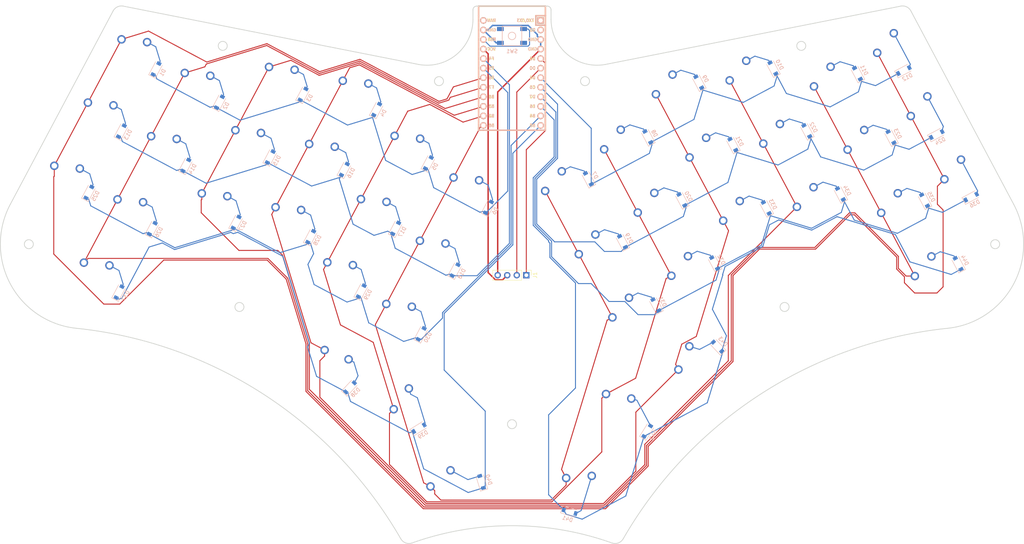
<source format=kicad_pcb>
(kicad_pcb (version 20171130) (host pcbnew 5.1.5-52549c5~86~ubuntu18.04.1)
  (title_block (title flatbrain) (date 2020-04-09) (rev 0.1.0) (company louckousse) (comment 1 "A merged split keyboard"))
  (layers (0 F.Cu signal) (31 B.Cu signal) (34 B.Paste user) (35 F.Paste user) (36 B.SilkS user) (37 F.SilkS user) (38 B.Mask user) (39 F.Mask user) (44 Edge.Cuts user))
  (net 0 "")
  (net 1 GND)
  (net 2 "Net-(D1-Pad2)")
  (net 3 ROW0)
  (net 4 "Net-(D2-Pad2)")
  (net 5 ROW1)
  (net 6 "Net-(D3-Pad2)")
  (net 7 "Net-(D4-Pad2)")
  (net 8 VCC)
  (net 9 COL0)
  (net 10 COL1)
  (net 11 "Net-(D5-Pad2)")
  (net 12 "Net-(D6-Pad2)")
  (net 13 "Net-(D7-Pad2)")
  (net 14 "Net-(D8-Pad2)")
  (net 15 "Net-(D9-Pad2)")
  (net 16 "Net-(D10-Pad2)")
  (net 17 "Net-(D11-Pad2)")
  (net 18 "Net-(D12-Pad2)")
  (net 19 "Net-(D13-Pad2)")
  (net 20 ROW2)
  (net 21 "Net-(D14-Pad2)")
  (net 22 "Net-(D15-Pad2)")
  (net 23 "Net-(D16-Pad2)")
  (net 24 "Net-(D17-Pad2)")
  (net 25 "Net-(D18-Pad2)")
  (net 26 "Net-(D19-Pad2)")
  (net 27 ROW3)
  (net 28 "Net-(D20-Pad2)")
  (net 29 "Net-(D21-Pad2)")
  (net 30 "Net-(D22-Pad2)")
  (net 31 COL2)
  (net 32 COL3)
  (net 33 COL4)
  (net 34 COL5)
  (net 35 "Net-(D23-Pad2)")
  (net 36 "Net-(D24-Pad2)")
  (net 37 "Net-(D25-Pad2)")
  (net 38 "Net-(D26-Pad2)")
  (net 39 "Net-(D27-Pad2)")
  (net 40 "Net-(D28-Pad2)")
  (net 41 "Net-(D29-Pad2)")
  (net 42 "Net-(D30-Pad2)")
  (net 43 "Net-(D31-Pad2)")
  (net 44 "Net-(D32-Pad2)")
  (net 45 "Net-(D33-Pad2)")
  (net 46 "Net-(D34-Pad2)")
  (net 47 "Net-(D35-Pad2)")
  (net 48 "Net-(D36-Pad2)")
  (net 49 "Net-(D37-Pad2)")
  (net 50 "Net-(D38-Pad2)")
  (net 51 "Net-(D39-Pad2)")
  (net 52 "Net-(D40-Pad2)")
  (net 53 "Net-(D41-Pad2)")
  (net 54 "Net-(D42-Pad2)")
  (net 55 "Net-(D43-Pad2)")
  (net 56 "Net-(D44-Pad2)")
  (net 57 RST)
  (net 58 "Net-(U1-Pad24)")
  (net 59 "Net-(U1-Pad2)")
  (net 60 SCL)
  (net 61 SDA)
  (net 62 ROW4)
  (net 63 ROW5)
  (net 64 ROW6)
  (net 65 ROW7)
  (net 66 "Net-(U1-Pad1)")
  (module Keebio-Parts:ArduinoProMicro (layer B.Cu) (at 148.235793 51.316906 270)
    (fp_text reference U1 hide)
    (fp_text value kbd_ProMicro hide)
    (fp_text user ST (at -8.91 5.04) (layer F.SilkS) (effects (font (size 0.8 0.8))))
    (fp_text user TX0/D3 (at -13.97 -3.571872) (layer B.SilkS) (effects (font (size 0.8 0.8)) (justify mirror)))
    (fp_text user TX0/D3 (at -13.97 -3.571872) (layer F.SilkS) (effects (font (size 0.8 0.8))))
    (fp_text user D2 (at -11.43 -5.461) (layer B.SilkS) (effects (font (size 0.8 0.8)) (justify mirror)))
    (fp_text user D0 (at -1.27 -5.461) (layer B.SilkS) (effects (font (size 0.8 0.8)) (justify mirror)))
    (fp_text user D1 (at -3.81 -5.461) (layer B.SilkS) (effects (font (size 0.8 0.8)) (justify mirror)))
    (fp_text user GND (at -6.35 -5.461) (layer B.SilkS) (effects (font (size 0.8 0.8)) (justify mirror)))
    (fp_text user GND (at -8.89 -5.461) (layer B.SilkS) (effects (font (size 0.8 0.8)) (justify mirror)))
    (fp_text user D4 (at 1.27 -5.461) (layer B.SilkS) (effects (font (size 0.8 0.8)) (justify mirror)))
    (fp_text user C6 (at 3.81 -5.461) (layer B.SilkS) (effects (font (size 0.8 0.8)) (justify mirror)))
    (fp_text user D7 (at 6.35 -5.461) (layer B.SilkS) (effects (font (size 0.8 0.8)) (justify mirror)))
    (fp_text user E6 (at 8.89 -5.461) (layer B.SilkS) (effects (font (size 0.8 0.8)) (justify mirror)))
    (fp_text user B4 (at 11.43 -5.461) (layer B.SilkS) (effects (font (size 0.8 0.8)) (justify mirror)))
    (fp_text user B5 (at 13.97 -5.461) (layer B.SilkS) (effects (font (size 0.8 0.8)) (justify mirror)))
    (fp_text user B6 (at 13.97 5.461) (layer B.SilkS) (effects (font (size 0.8 0.8)) (justify mirror)))
    (fp_text user B2 (at 11.43 5.461) (layer F.SilkS) (effects (font (size 0.8 0.8))))
    (fp_text user B3 (at 8.89 5.461) (layer B.SilkS) (effects (font (size 0.8 0.8)) (justify mirror)))
    (fp_text user B1 (at 6.35 5.461) (layer B.SilkS) (effects (font (size 0.8 0.8)) (justify mirror)))
    (fp_text user F7 (at 3.81 5.461) (layer F.SilkS) (effects (font (size 0.8 0.8))))
    (fp_text user F6 (at 1.27 5.461) (layer F.SilkS) (effects (font (size 0.8 0.8))))
    (fp_text user F5 (at -1.27 5.461) (layer F.SilkS) (effects (font (size 0.8 0.8))))
    (fp_text user F4 (at -3.81 5.461) (layer B.SilkS) (effects (font (size 0.8 0.8)) (justify mirror)))
    (fp_text user VCC (at -6.35 5.461) (layer B.SilkS) (effects (font (size 0.8 0.8)) (justify mirror)))
    (fp_text user ST (at -8.92 5.73312) (layer B.SilkS) (effects (font (size 0.8 0.8)) (justify mirror)))
    (fp_text user GND (at -11.43 5.461) (layer B.SilkS) (effects (font (size 0.8 0.8)) (justify mirror)))
    (fp_text user RAW (at -13.97 5.461) (layer B.SilkS) (effects (font (size 0.8 0.8)) (justify mirror)))
    (fp_text user RAW (at -13.97 5.461) (layer F.SilkS) (effects (font (size 0.8 0.8))))
    (fp_text user GND (at -11.43 5.461) (layer F.SilkS) (effects (font (size 0.8 0.8))))
    (fp_text user VCC (at -6.35 5.461) (layer F.SilkS) (effects (font (size 0.8 0.8))))
    (fp_text user F4 (at -3.81 5.461) (layer F.SilkS) (effects (font (size 0.8 0.8))))
    (fp_text user F5 (at -1.27 5.461) (layer B.SilkS) (effects (font (size 0.8 0.8)) (justify mirror)))
    (fp_text user F6 (at 1.27 5.461) (layer B.SilkS) (effects (font (size 0.8 0.8)) (justify mirror)))
    (fp_text user F7 (at 3.81 5.461) (layer B.SilkS) (effects (font (size 0.8 0.8)) (justify mirror)))
    (fp_text user B1 (at 6.35 5.461) (layer F.SilkS) (effects (font (size 0.8 0.8))))
    (fp_text user B3 (at 8.89 5.461) (layer F.SilkS) (effects (font (size 0.8 0.8))))
    (fp_text user B2 (at 11.43 5.461) (layer B.SilkS) (effects (font (size 0.8 0.8)) (justify mirror)))
    (fp_text user B6 (at 13.97 5.461) (layer F.SilkS) (effects (font (size 0.8 0.8))))
    (fp_text user B5 (at 13.97 -5.461) (layer F.SilkS) (effects (font (size 0.8 0.8))))
    (fp_text user B4 (at 11.43 -5.461) (layer F.SilkS) (effects (font (size 0.8 0.8))))
    (fp_text user E6 (at 8.89 -5.461) (layer F.SilkS) (effects (font (size 0.8 0.8))))
    (fp_text user D7 (at 6.35 -5.461) (layer F.SilkS) (effects (font (size 0.8 0.8))))
    (fp_text user C6 (at 3.81 -5.461) (layer F.SilkS) (effects (font (size 0.8 0.8))))
    (fp_text user D4 (at 1.27 -5.461) (layer F.SilkS) (effects (font (size 0.8 0.8))))
    (fp_text user GND (at -8.89 -5.461) (layer F.SilkS) (effects (font (size 0.8 0.8))))
    (fp_text user GND (at -6.35 -5.461) (layer F.SilkS) (effects (font (size 0.8 0.8))))
    (fp_text user D1 (at -3.81 -5.461) (layer F.SilkS) (effects (font (size 0.8 0.8))))
    (fp_text user D0 (at -1.27 -5.461) (layer F.SilkS) (effects (font (size 0.8 0.8))))
    (fp_text user D2 (at -11.43 -5.461) (layer F.SilkS) (effects (font (size 0.8 0.8))))
    (pad 24 thru_hole circle (at -13.97 7.62 270) (size 1.7526 1.7526) (drill 1.0922) (layers *.Cu *.SilkS *.Mask) (net 58 "Net-(U1-Pad24)"))
    (pad 12 thru_hole circle (at 13.97 -7.62 270) (size 1.7526 1.7526) (drill 1.0922) (layers *.Cu *.SilkS *.Mask) (net 27 ROW3))
    (pad 23 thru_hole circle (at -11.43 7.62 270) (size 1.7526 1.7526) (drill 1.0922) (layers *.Cu *.SilkS *.Mask) (net 1 GND))
    (pad 22 thru_hole circle (at -8.89 7.62 270) (size 1.7526 1.7526) (drill 1.0922) (layers *.Cu *.SilkS *.Mask) (net 57 RST))
    (pad 21 thru_hole circle (at -6.35 7.62 270) (size 1.7526 1.7526) (drill 1.0922) (layers *.Cu *.SilkS *.Mask) (net 8 VCC))
    (pad 20 thru_hole circle (at -3.81 7.62 270) (size 1.7526 1.7526) (drill 1.0922) (layers *.Cu *.SilkS *.Mask) (net 5 ROW1))
    (pad 19 thru_hole circle (at -1.27 7.62 270) (size 1.7526 1.7526) (drill 1.0922) (layers *.Cu *.SilkS *.Mask) (net 3 ROW0))
    (pad 18 thru_hole circle (at 1.27 7.62 270) (size 1.7526 1.7526) (drill 1.0922) (layers *.Cu *.SilkS *.Mask) (net 9 COL0))
    (pad 17 thru_hole circle (at 3.81 7.62 270) (size 1.7526 1.7526) (drill 1.0922) (layers *.Cu *.SilkS *.Mask) (net 10 COL1))
    (pad 16 thru_hole circle (at 6.35 7.62 270) (size 1.7526 1.7526) (drill 1.0922) (layers *.Cu *.SilkS *.Mask) (net 31 COL2))
    (pad 15 thru_hole circle (at 8.89 7.62 270) (size 1.7526 1.7526) (drill 1.0922) (layers *.Cu *.SilkS *.Mask) (net 32 COL3))
    (pad 14 thru_hole circle (at 11.43 7.62 270) (size 1.7526 1.7526) (drill 1.0922) (layers *.Cu *.SilkS *.Mask) (net 33 COL4))
    (pad 13 thru_hole circle (at 13.97 7.62 270) (size 1.7526 1.7526) (drill 1.0922) (layers *.Cu *.SilkS *.Mask) (net 34 COL5))
    (pad 11 thru_hole circle (at 11.43 -7.62 270) (size 1.7526 1.7526) (drill 1.0922) (layers *.Cu *.SilkS *.Mask) (net 20 ROW2))
    (pad 10 thru_hole circle (at 8.89 -7.62 270) (size 1.7526 1.7526) (drill 1.0922) (layers *.Cu *.SilkS *.Mask) (net 65 ROW7))
    (pad 9 thru_hole circle (at 6.35 -7.62 270) (size 1.7526 1.7526) (drill 1.0922) (layers *.Cu *.SilkS *.Mask) (net 64 ROW6))
    (pad 8 thru_hole circle (at 3.81 -7.62 270) (size 1.7526 1.7526) (drill 1.0922) (layers *.Cu *.SilkS *.Mask) (net 63 ROW5))
    (pad 7 thru_hole circle (at 1.27 -7.62 270) (size 1.7526 1.7526) (drill 1.0922) (layers *.Cu *.SilkS *.Mask) (net 62 ROW4))
    (pad 6 thru_hole circle (at -1.27 -7.62 270) (size 1.7526 1.7526) (drill 1.0922) (layers *.Cu *.SilkS *.Mask) (net 60 SCL))
    (pad 5 thru_hole circle (at -3.81 -7.62 270) (size 1.7526 1.7526) (drill 1.0922) (layers *.Cu *.SilkS *.Mask) (net 61 SDA))
    (pad 4 thru_hole circle (at -6.35 -7.62 270) (size 1.7526 1.7526) (drill 1.0922) (layers *.Cu *.SilkS *.Mask) (net 1 GND))
    (pad 3 thru_hole circle (at -8.89 -7.62 270) (size 1.7526 1.7526) (drill 1.0922) (layers *.Cu *.SilkS *.Mask) (net 1 GND))
    (pad 2 thru_hole circle (at -11.43 -7.62 270) (size 1.7526 1.7526) (drill 1.0922) (layers *.Cu *.SilkS *.Mask) (net 59 "Net-(U1-Pad2)"))
    (pad 1 thru_hole rect (at -13.97 -7.62 270) (size 1.7526 1.7526) (drill 1.0922) (layers *.Cu *.SilkS *.Mask) (net 66 "Net-(U1-Pad1)"))
  )
  (module MX_Only:MXOnly-1U-NoLED (layer F.Cu) (at 228.595794 87.396905 28)
    (fp_text reference MX34)
    (fp_text value MX-NoLED)
    (pad 2 thru_hole circle (at 2.54 -5.08 28) (size 2.25 2.25) (drill 1.47) (layers *.Cu B.Mask) (net 46 "Net-(D34-Pad2)"))
    (pad "" np_thru_hole circle (at 0 0 28) (size 3.9878 3.9878) (drill 3.9878) (layers *.Cu *.Mask))
    (pad 1 thru_hole circle (at -3.81 -2.54 28) (size 2.25 2.25) (drill 1.47) (layers *.Cu B.Mask) (net 31 COL2))
    (pad "" np_thru_hole circle (at -5.08 0 76.0996) (size 1.75 1.75) (drill 1.75) (layers *.Cu *.Mask))
    (pad "" np_thru_hole circle (at 5.08 0 76.0996) (size 1.75 1.75) (drill 1.75) (layers *.Cu *.Mask))
  )
  (module MX_Only:MXOnly-1U-NoLED (layer F.Cu) (at 63.338252 55.357286 332)
    (fp_text reference MX2)
    (fp_text value MX-NoLED)
    (pad 2 thru_hole circle (at 2.54 -5.08 332) (size 2.25 2.25) (drill 1.47) (layers *.Cu B.Mask) (net 4 "Net-(D2-Pad2)"))
    (pad "" np_thru_hole circle (at 0 0 332) (size 3.9878 3.9878) (drill 3.9878) (layers *.Cu *.Mask))
    (pad 1 thru_hole circle (at -3.81 -2.54 332) (size 2.25 2.25) (drill 1.47) (layers *.Cu B.Mask) (net 10 COL1))
    (pad "" np_thru_hole circle (at -5.08 0 20.0996) (size 1.75 1.75) (drill 1.75) (layers *.Cu *.Mask))
    (pad "" np_thru_hole circle (at 5.08 0 20.0996) (size 1.75 1.75) (drill 1.75) (layers *.Cu *.Mask))
  )
  (module MX_Only:MXOnly-1U-NoLED (layer F.Cu) (at 259.965793 105.816906 28)
    (fp_text reference MX44)
    (fp_text value MX-NoLED)
    (pad 2 thru_hole circle (at 2.54 -5.08 28) (size 2.25 2.25) (drill 1.47) (layers *.Cu B.Mask) (net 56 "Net-(D44-Pad2)"))
    (pad "" np_thru_hole circle (at 0 0 28) (size 3.9878 3.9878) (drill 3.9878) (layers *.Cu *.Mask))
    (pad 1 thru_hole circle (at -3.81 -2.54 28) (size 2.25 2.25) (drill 1.47) (layers *.Cu B.Mask) (net 10 COL1))
    (pad "" np_thru_hole circle (at -5.08 0 76.0996) (size 1.75 1.75) (drill 1.75) (layers *.Cu *.Mask))
    (pad "" np_thru_hole circle (at 5.08 0 76.0996) (size 1.75 1.75) (drill 1.75) (layers *.Cu *.Mask))
  )
  (module MX_Only:MXOnly-1.75U-NoLED (layer F.Cu) (at 175.131236 140.91306 328)
    (fp_text reference MX42)
    (fp_text value MX-NoLED)
    (pad 2 thru_hole circle (at 2.54 -5.08 328) (size 2.25 2.25) (drill 1.47) (layers *.Cu B.Mask) (net 54 "Net-(D42-Pad2)"))
    (pad "" np_thru_hole circle (at 0 0 328) (size 3.9878 3.9878) (drill 3.9878) (layers *.Cu *.Mask))
    (pad 1 thru_hole circle (at -3.81 -2.54 328) (size 2.25 2.25) (drill 1.47) (layers *.Cu B.Mask) (net 33 COL4))
    (pad "" np_thru_hole circle (at -5.08 0 16.0996) (size 1.75 1.75) (drill 1.75) (layers *.Cu *.Mask))
    (pad "" np_thru_hole circle (at 5.08 0 16.0996) (size 1.75 1.75) (drill 1.75) (layers *.Cu *.Mask))
  )
  (module MX_Only:MXOnly-1U-NoLED (layer F.Cu) (at 161.611554 83.169469 28)
    (fp_text reference MX7)
    (fp_text value MX-NoLED)
    (pad 2 thru_hole circle (at 2.54 -5.08 28) (size 2.25 2.25) (drill 1.47) (layers *.Cu B.Mask) (net 13 "Net-(D7-Pad2)"))
    (pad "" np_thru_hole circle (at 0 0 28) (size 3.9878 3.9878) (drill 3.9878) (layers *.Cu *.Mask))
    (pad 1 thru_hole circle (at -3.81 -2.54 28) (size 2.25 2.25) (drill 1.47) (layers *.Cu B.Mask) (net 34 COL5))
    (pad "" np_thru_hole circle (at -5.08 0 76.0996) (size 1.75 1.75) (drill 1.75) (layers *.Cu *.Mask))
    (pad "" np_thru_hole circle (at 5.08 0 76.0996) (size 1.75 1.75) (drill 1.75) (layers *.Cu *.Mask))
  )
  (module MX_Only:MXOnly-1U-NoLED (layer F.Cu) (at 197.030799 129.494609 43)
    (fp_text reference MX43)
    (fp_text value MX-NoLED)
    (pad 2 thru_hole circle (at 2.54 -5.08 43) (size 2.25 2.25) (drill 1.47) (layers *.Cu B.Mask) (net 55 "Net-(D43-Pad2)"))
    (pad "" np_thru_hole circle (at 0 0 43) (size 3.9878 3.9878) (drill 3.9878) (layers *.Cu *.Mask))
    (pad 1 thru_hole circle (at -3.81 -2.54 43) (size 2.25 2.25) (drill 1.47) (layers *.Cu B.Mask) (net 32 COL3))
    (pad "" np_thru_hole circle (at -5.08 0 91.0996) (size 1.75 1.75) (drill 1.75) (layers *.Cu *.Mask))
    (pad "" np_thru_hole circle (at 5.08 0 91.0996) (size 1.75 1.75) (drill 1.75) (layers *.Cu *.Mask))
  )
  (module MX_Only:MXOnly-1.5U-NoLED (layer F.Cu) (at 165.541235 162.643058 343)
    (fp_text reference MX41)
    (fp_text value MX-NoLED)
    (pad 2 thru_hole circle (at 2.54 -5.08 343) (size 2.25 2.25) (drill 1.47) (layers *.Cu B.Mask) (net 53 "Net-(D41-Pad2)"))
    (pad "" np_thru_hole circle (at 0 0 343) (size 3.9878 3.9878) (drill 3.9878) (layers *.Cu *.Mask))
    (pad 1 thru_hole circle (at -3.81 -2.54 343) (size 2.25 2.25) (drill 1.47) (layers *.Cu B.Mask) (net 34 COL5))
    (pad "" np_thru_hole circle (at -5.08 0 31.0996) (size 1.75 1.75) (drill 1.75) (layers *.Cu *.Mask))
    (pad "" np_thru_hole circle (at 5.08 0 31.0996) (size 1.75 1.75) (drill 1.75) (layers *.Cu *.Mask))
  )
  (module MX_Only:MXOnly-1.5U-NoLED (layer F.Cu) (at 130.929707 162.649151 17)
    (fp_text reference MX40)
    (fp_text value MX-NoLED)
    (pad 2 thru_hole circle (at 2.54 -5.08 17) (size 2.25 2.25) (drill 1.47) (layers *.Cu B.Mask) (net 52 "Net-(D40-Pad2)"))
    (pad "" np_thru_hole circle (at 0 0 17) (size 3.9878 3.9878) (drill 3.9878) (layers *.Cu *.Mask))
    (pad 1 thru_hole circle (at -3.81 -2.54 17) (size 2.25 2.25) (drill 1.47) (layers *.Cu B.Mask) (net 34 COL5))
    (pad "" np_thru_hole circle (at -5.08 0 65.0996) (size 1.75 1.75) (drill 1.75) (layers *.Cu *.Mask))
    (pad "" np_thru_hole circle (at 5.08 0 65.0996) (size 1.75 1.75) (drill 1.75) (layers *.Cu *.Mask))
  )
  (module MX_Only:MXOnly-1.75U-NoLED (layer F.Cu) (at 121.335215 140.919782 32)
    (fp_text reference MX39)
    (fp_text value MX-NoLED)
    (pad 2 thru_hole circle (at 2.54 -5.08 32) (size 2.25 2.25) (drill 1.47) (layers *.Cu B.Mask) (net 51 "Net-(D39-Pad2)"))
    (pad "" np_thru_hole circle (at 0 0 32) (size 3.9878 3.9878) (drill 3.9878) (layers *.Cu *.Mask))
    (pad 1 thru_hole circle (at -3.81 -2.54 32) (size 2.25 2.25) (drill 1.47) (layers *.Cu B.Mask) (net 33 COL4))
    (pad "" np_thru_hole circle (at -5.08 0 80.0996) (size 1.75 1.75) (drill 1.75) (layers *.Cu *.Mask))
    (pad "" np_thru_hole circle (at 5.08 0 80.0996) (size 1.75 1.75) (drill 1.75) (layers *.Cu *.Mask))
  )
  (module MX_Only:MXOnly-1U-NoLED (layer F.Cu) (at 45.451383 88.997587 332)
    (fp_text reference MX26)
    (fp_text value MX-NoLED)
    (pad 2 thru_hole circle (at 2.54 -5.08 332) (size 2.25 2.25) (drill 1.47) (layers *.Cu B.Mask) (net 38 "Net-(D26-Pad2)"))
    (pad "" np_thru_hole circle (at 0 0 332) (size 3.9878 3.9878) (drill 3.9878) (layers *.Cu *.Mask))
    (pad 1 thru_hole circle (at -3.81 -2.54 332) (size 2.25 2.25) (drill 1.47) (layers *.Cu B.Mask) (net 10 COL1))
    (pad "" np_thru_hole circle (at -5.08 0 20.0996) (size 1.75 1.75) (drill 1.75) (layers *.Cu *.Mask))
    (pad "" np_thru_hole circle (at 5.08 0 20.0996) (size 1.75 1.75) (drill 1.75) (layers *.Cu *.Mask))
  )
  (module Connector_PinHeader_2.54mm:PinHeader_1x04_P2.54mm_Vertical (layer F.Cu) (at 152.045793 105.126904 270)
    (fp_text reference J1 (at 0 -2.33 90) (layer F.SilkS))
    (fp_text value OLED)
    (pad 4 thru_hole oval (at 0 7.62 270) (size 1.7 1.7) (drill 1) (layers *.Cu *.Mask) (net 1 GND))
    (pad 3 thru_hole oval (at 0 5.08 270) (size 1.7 1.7) (drill 1) (layers *.Cu *.Mask) (net 8 VCC))
    (pad 2 thru_hole oval (at 0 2.54 270) (size 1.7 1.7) (drill 1) (layers *.Cu *.Mask) (net 60 SCL))
    (pad 1 thru_hole rect (at 0 0 270) (size 1.7 1.7) (drill 1) (layers *.Cu *.Mask) (net 61 SDA))
  )
  (module MX_Only:MXOnly-1U-NoLED (layer F.Cu) (at 208.97579 91.076904 28)
    (fp_text reference MX33)
    (fp_text value MX-NoLED)
    (pad 2 thru_hole circle (at 2.54 -5.08 28) (size 2.25 2.25) (drill 1.47) (layers *.Cu B.Mask) (net 45 "Net-(D33-Pad2)"))
    (pad "" np_thru_hole circle (at 0 0 28) (size 3.9878 3.9878) (drill 3.9878) (layers *.Cu *.Mask))
    (pad 1 thru_hole circle (at -3.81 -2.54 28) (size 2.25 2.25) (drill 1.47) (layers *.Cu B.Mask) (net 32 COL3))
    (pad "" np_thru_hole circle (at -5.08 0 76.0996) (size 1.75 1.75) (drill 1.75) (layers *.Cu *.Mask))
    (pad "" np_thru_hole circle (at 5.08 0 76.0996) (size 1.75 1.75) (drill 1.75) (layers *.Cu *.Mask))
  )
  (module MX_Only:MXOnly-1U-NoLED (layer F.Cu) (at 28.63123 80.054154 332)
    (fp_text reference MX25)
    (fp_text value MX-NoLED)
    (pad 2 thru_hole circle (at 2.54 -5.08 332) (size 2.25 2.25) (drill 1.47) (layers *.Cu B.Mask) (net 37 "Net-(D25-Pad2)"))
    (pad "" np_thru_hole circle (at 0 0 332) (size 3.9878 3.9878) (drill 3.9878) (layers *.Cu *.Mask))
    (pad 1 thru_hole circle (at -3.81 -2.54 332) (size 2.25 2.25) (drill 1.47) (layers *.Cu B.Mask) (net 9 COL0))
    (pad "" np_thru_hole circle (at -5.08 0 20.0996) (size 1.75 1.75) (drill 1.75) (layers *.Cu *.Mask))
    (pad "" np_thru_hole circle (at 5.08 0 20.0996) (size 1.75 1.75) (drill 1.75) (layers *.Cu *.Mask))
  )
  (module Diode_SMD:D_SOD-123 (layer B.Cu) (at 53.522938 50.282229 62)
    (fp_text reference D1 (at 0 2 62) (layer B.SilkS) (effects (justify mirror)))
    (fp_text value D_Small)
    (pad 2 smd rect (at 1.65 0 62) (size 0.9 1.2) (layers B.Cu B.Paste B.Mask) (net 2 "Net-(D1-Pad2)"))
    (pad 1 smd rect (at -1.65 0 62) (size 0.9 1.2) (layers B.Cu B.Paste B.Mask) (net 3 ROW0))
  )
  (module MX_Only:MXOnly-1U-NoLED (layer F.Cu) (at 267.835793 80.056906 28)
    (fp_text reference MX36)
    (fp_text value MX-NoLED)
    (pad 2 thru_hole circle (at 2.54 -5.08 28) (size 2.25 2.25) (drill 1.47) (layers *.Cu B.Mask) (net 48 "Net-(D36-Pad2)"))
    (pad "" np_thru_hole circle (at 0 0 28) (size 3.9878 3.9878) (drill 3.9878) (layers *.Cu *.Mask))
    (pad 1 thru_hole circle (at -3.81 -2.54 28) (size 2.25 2.25) (drill 1.47) (layers *.Cu B.Mask) (net 9 COL0))
    (pad "" np_thru_hole circle (at -5.08 0 76.0996) (size 1.75 1.75) (drill 1.75) (layers *.Cu *.Mask))
    (pad "" np_thru_hole circle (at 5.08 0 76.0996) (size 1.75 1.75) (drill 1.75) (layers *.Cu *.Mask))
  )
  (module MX_Only:MXOnly-1U-NoLED (layer F.Cu) (at 251.015792 88.996907 28)
    (fp_text reference MX35)
    (fp_text value MX-NoLED)
    (pad 2 thru_hole circle (at 2.54 -5.08 28) (size 2.25 2.25) (drill 1.47) (layers *.Cu B.Mask) (net 47 "Net-(D35-Pad2)"))
    (pad "" np_thru_hole circle (at 0 0 28) (size 3.9878 3.9878) (drill 3.9878) (layers *.Cu *.Mask))
    (pad 1 thru_hole circle (at -3.81 -2.54 28) (size 2.25 2.25) (drill 1.47) (layers *.Cu B.Mask) (net 10 COL1))
    (pad "" np_thru_hole circle (at -5.08 0 76.0996) (size 1.75 1.75) (drill 1.75) (layers *.Cu *.Mask))
    (pad "" np_thru_hole circle (at 5.08 0 76.0996) (size 1.75 1.75) (drill 1.75) (layers *.Cu *.Mask))
  )
  (module MX_Only:MXOnly-1U-NoLED (layer F.Cu) (at 195.195794 105.736905 28)
    (fp_text reference MX32)
    (fp_text value MX-NoLED)
    (pad 2 thru_hole circle (at 2.54 -5.08 28) (size 2.25 2.25) (drill 1.47) (layers *.Cu B.Mask) (net 44 "Net-(D32-Pad2)"))
    (pad "" np_thru_hole circle (at 0 0 28) (size 3.9878 3.9878) (drill 3.9878) (layers *.Cu *.Mask))
    (pad 1 thru_hole circle (at -3.81 -2.54 28) (size 2.25 2.25) (drill 1.47) (layers *.Cu B.Mask) (net 33 COL4))
    (pad "" np_thru_hole circle (at -5.08 0 76.0996) (size 1.75 1.75) (drill 1.75) (layers *.Cu *.Mask))
    (pad "" np_thru_hole circle (at 5.08 0 76.0996) (size 1.75 1.75) (drill 1.75) (layers *.Cu *.Mask))
  )
  (module MX_Only:MXOnly-1U-NoLED (layer F.Cu) (at 179.507297 116.810367 28)
    (fp_text reference MX31)
    (fp_text value MX-NoLED)
    (pad 2 thru_hole circle (at 2.54 -5.08 28) (size 2.25 2.25) (drill 1.47) (layers *.Cu B.Mask) (net 43 "Net-(D31-Pad2)"))
    (pad "" np_thru_hole circle (at 0 0 28) (size 3.9878 3.9878) (drill 3.9878) (layers *.Cu *.Mask))
    (pad 1 thru_hole circle (at -3.81 -2.54 28) (size 2.25 2.25) (drill 1.47) (layers *.Cu B.Mask) (net 34 COL5))
    (pad "" np_thru_hole circle (at -5.08 0 76.0996) (size 1.75 1.75) (drill 1.75) (layers *.Cu *.Mask))
    (pad "" np_thru_hole circle (at 5.08 0 76.0996) (size 1.75 1.75) (drill 1.75) (layers *.Cu *.Mask))
  )
  (module MX_Only:MXOnly-1U-NoLED (layer F.Cu) (at 258.895792 63.236906 28)
    (fp_text reference MX24)
    (fp_text value MX-NoLED)
    (pad 2 thru_hole circle (at 2.54 -5.08 28) (size 2.25 2.25) (drill 1.47) (layers *.Cu B.Mask) (net 36 "Net-(D24-Pad2)"))
    (pad "" np_thru_hole circle (at 0 0 28) (size 3.9878 3.9878) (drill 3.9878) (layers *.Cu *.Mask))
    (pad 1 thru_hole circle (at -3.81 -2.54 28) (size 2.25 2.25) (drill 1.47) (layers *.Cu B.Mask) (net 9 COL0))
    (pad "" np_thru_hole circle (at -5.08 0 76.0996) (size 1.75 1.75) (drill 1.75) (layers *.Cu *.Mask))
    (pad "" np_thru_hole circle (at 5.08 0 76.0996) (size 1.75 1.75) (drill 1.75) (layers *.Cu *.Mask))
  )
  (module MX_Only:MXOnly-1U-NoLED (layer F.Cu) (at 242.075794 72.176906 28)
    (fp_text reference MX23)
    (fp_text value MX-NoLED)
    (pad 2 thru_hole circle (at 2.54 -5.08 28) (size 2.25 2.25) (drill 1.47) (layers *.Cu B.Mask) (net 35 "Net-(D23-Pad2)"))
    (pad "" np_thru_hole circle (at 0 0 28) (size 3.9878 3.9878) (drill 3.9878) (layers *.Cu *.Mask))
    (pad 1 thru_hole circle (at -3.81 -2.54 28) (size 2.25 2.25) (drill 1.47) (layers *.Cu B.Mask) (net 10 COL1))
    (pad "" np_thru_hole circle (at -5.08 0 76.0996) (size 1.75 1.75) (drill 1.75) (layers *.Cu *.Mask))
    (pad "" np_thru_hole circle (at 5.08 0 76.0996) (size 1.75 1.75) (drill 1.75) (layers *.Cu *.Mask))
  )
  (module MX_Only:MXOnly-1U-NoLED (layer F.Cu) (at 219.655793 70.576905 28)
    (fp_text reference MX22)
    (fp_text value MX-NoLED)
    (pad 2 thru_hole circle (at 2.54 -5.08 28) (size 2.25 2.25) (drill 1.47) (layers *.Cu B.Mask) (net 30 "Net-(D22-Pad2)"))
    (pad "" np_thru_hole circle (at 0 0 28) (size 3.9878 3.9878) (drill 3.9878) (layers *.Cu *.Mask))
    (pad 1 thru_hole circle (at -3.81 -2.54 28) (size 2.25 2.25) (drill 1.47) (layers *.Cu B.Mask) (net 31 COL2))
    (pad "" np_thru_hole circle (at -5.08 0 76.0996) (size 1.75 1.75) (drill 1.75) (layers *.Cu *.Mask))
    (pad "" np_thru_hole circle (at 5.08 0 76.0996) (size 1.75 1.75) (drill 1.75) (layers *.Cu *.Mask))
  )
  (module MX_Only:MXOnly-1U-NoLED (layer F.Cu) (at 200.025795 74.256904 28)
    (fp_text reference MX21)
    (fp_text value MX-NoLED)
    (pad 2 thru_hole circle (at 2.54 -5.08 28) (size 2.25 2.25) (drill 1.47) (layers *.Cu B.Mask) (net 29 "Net-(D21-Pad2)"))
    (pad "" np_thru_hole circle (at 0 0 28) (size 3.9878 3.9878) (drill 3.9878) (layers *.Cu *.Mask))
    (pad 1 thru_hole circle (at -3.81 -2.54 28) (size 2.25 2.25) (drill 1.47) (layers *.Cu B.Mask) (net 32 COL3))
    (pad "" np_thru_hole circle (at -5.08 0 76.0996) (size 1.75 1.75) (drill 1.75) (layers *.Cu *.Mask))
    (pad "" np_thru_hole circle (at 5.08 0 76.0996) (size 1.75 1.75) (drill 1.75) (layers *.Cu *.Mask))
  )
  (module MX_Only:MXOnly-1U-NoLED (layer F.Cu) (at 186.245793 88.916906 28)
    (fp_text reference MX20)
    (fp_text value MX-NoLED)
    (pad 2 thru_hole circle (at 2.54 -5.08 28) (size 2.25 2.25) (drill 1.47) (layers *.Cu B.Mask) (net 28 "Net-(D20-Pad2)"))
    (pad "" np_thru_hole circle (at 0 0 28) (size 3.9878 3.9878) (drill 3.9878) (layers *.Cu *.Mask))
    (pad 1 thru_hole circle (at -3.81 -2.54 28) (size 2.25 2.25) (drill 1.47) (layers *.Cu B.Mask) (net 33 COL4))
    (pad "" np_thru_hole circle (at -5.08 0 76.0996) (size 1.75 1.75) (drill 1.75) (layers *.Cu *.Mask))
    (pad "" np_thru_hole circle (at 5.08 0 76.0996) (size 1.75 1.75) (drill 1.75) (layers *.Cu *.Mask))
  )
  (module MX_Only:MXOnly-1U-NoLED (layer F.Cu) (at 170.564987 99.989619 28)
    (fp_text reference MX19)
    (fp_text value MX-NoLED)
    (pad 2 thru_hole circle (at 2.54 -5.08 28) (size 2.25 2.25) (drill 1.47) (layers *.Cu B.Mask) (net 26 "Net-(D19-Pad2)"))
    (pad "" np_thru_hole circle (at 0 0 28) (size 3.9878 3.9878) (drill 3.9878) (layers *.Cu *.Mask))
    (pad 1 thru_hole circle (at -3.81 -2.54 28) (size 2.25 2.25) (drill 1.47) (layers *.Cu B.Mask) (net 34 COL5))
    (pad "" np_thru_hole circle (at -5.08 0 76.0996) (size 1.75 1.75) (drill 1.75) (layers *.Cu *.Mask))
    (pad "" np_thru_hole circle (at 5.08 0 76.0996) (size 1.75 1.75) (drill 1.75) (layers *.Cu *.Mask))
  )
  (module MX_Only:MXOnly-1U-NoLED (layer F.Cu) (at 249.955793 46.416902 28)
    (fp_text reference MX12)
    (fp_text value MX-NoLED)
    (pad 2 thru_hole circle (at 2.54 -5.08 28) (size 2.25 2.25) (drill 1.47) (layers *.Cu B.Mask) (net 18 "Net-(D12-Pad2)"))
    (pad "" np_thru_hole circle (at 0 0 28) (size 3.9878 3.9878) (drill 3.9878) (layers *.Cu *.Mask))
    (pad 1 thru_hole circle (at -3.81 -2.54 28) (size 2.25 2.25) (drill 1.47) (layers *.Cu B.Mask) (net 9 COL0))
    (pad "" np_thru_hole circle (at -5.08 0 76.0996) (size 1.75 1.75) (drill 1.75) (layers *.Cu *.Mask))
    (pad "" np_thru_hole circle (at 5.08 0 76.0996) (size 1.75 1.75) (drill 1.75) (layers *.Cu *.Mask))
  )
  (module MX_Only:MXOnly-1U-NoLED (layer F.Cu) (at 233.135792 55.356906 28)
    (fp_text reference MX11)
    (fp_text value MX-NoLED)
    (pad 2 thru_hole circle (at 2.54 -5.08 28) (size 2.25 2.25) (drill 1.47) (layers *.Cu B.Mask) (net 17 "Net-(D11-Pad2)"))
    (pad "" np_thru_hole circle (at 0 0 28) (size 3.9878 3.9878) (drill 3.9878) (layers *.Cu *.Mask))
    (pad 1 thru_hole circle (at -3.81 -2.54 28) (size 2.25 2.25) (drill 1.47) (layers *.Cu B.Mask) (net 10 COL1))
    (pad "" np_thru_hole circle (at -5.08 0 76.0996) (size 1.75 1.75) (drill 1.75) (layers *.Cu *.Mask))
    (pad "" np_thru_hole circle (at 5.08 0 76.0996) (size 1.75 1.75) (drill 1.75) (layers *.Cu *.Mask))
  )
  (module MX_Only:MXOnly-1U-NoLED (layer F.Cu) (at 210.701061 53.757942 28)
    (fp_text reference MX10)
    (fp_text value MX-NoLED)
    (pad 2 thru_hole circle (at 2.54 -5.08 28) (size 2.25 2.25) (drill 1.47) (layers *.Cu B.Mask) (net 16 "Net-(D10-Pad2)"))
    (pad "" np_thru_hole circle (at 0 0 28) (size 3.9878 3.9878) (drill 3.9878) (layers *.Cu *.Mask))
    (pad 1 thru_hole circle (at -3.81 -2.54 28) (size 2.25 2.25) (drill 1.47) (layers *.Cu B.Mask) (net 31 COL2))
    (pad "" np_thru_hole circle (at -5.08 0 76.0996) (size 1.75 1.75) (drill 1.75) (layers *.Cu *.Mask))
    (pad "" np_thru_hole circle (at 5.08 0 76.0996) (size 1.75 1.75) (drill 1.75) (layers *.Cu *.Mask))
  )
  (module MX_Only:MXOnly-1U-NoLED (layer F.Cu) (at 191.085795 57.436906 28)
    (fp_text reference MX9)
    (fp_text value MX-NoLED)
    (pad 2 thru_hole circle (at 2.54 -5.08 28) (size 2.25 2.25) (drill 1.47) (layers *.Cu B.Mask) (net 15 "Net-(D9-Pad2)"))
    (pad "" np_thru_hole circle (at 0 0 28) (size 3.9878 3.9878) (drill 3.9878) (layers *.Cu *.Mask))
    (pad 1 thru_hole circle (at -3.81 -2.54 28) (size 2.25 2.25) (drill 1.47) (layers *.Cu B.Mask) (net 32 COL3))
    (pad "" np_thru_hole circle (at -5.08 0 76.0996) (size 1.75 1.75) (drill 1.75) (layers *.Cu *.Mask))
    (pad "" np_thru_hole circle (at 5.08 0 76.0996) (size 1.75 1.75) (drill 1.75) (layers *.Cu *.Mask))
  )
  (module MX_Only:MXOnly-1U-NoLED (layer F.Cu) (at 177.305795 72.096905 28)
    (fp_text reference MX8)
    (fp_text value MX-NoLED)
    (pad 2 thru_hole circle (at 2.54 -5.08 28) (size 2.25 2.25) (drill 1.47) (layers *.Cu B.Mask) (net 14 "Net-(D8-Pad2)"))
    (pad "" np_thru_hole circle (at 0 0 28) (size 3.9878 3.9878) (drill 3.9878) (layers *.Cu *.Mask))
    (pad 1 thru_hole circle (at -3.81 -2.54 28) (size 2.25 2.25) (drill 1.47) (layers *.Cu B.Mask) (net 33 COL4))
    (pad "" np_thru_hole circle (at -5.08 0 76.0996) (size 1.75 1.75) (drill 1.75) (layers *.Cu *.Mask))
    (pad "" np_thru_hole circle (at 5.08 0 76.0996) (size 1.75 1.75) (drill 1.75) (layers *.Cu *.Mask))
  )
  (module Diode_SMD:D_SOD-123 (layer B.Cu) (at 266.931144 102.078169 118)
    (fp_text reference D44 (at 0 2 118) (layer B.SilkS) (effects (justify mirror)))
    (fp_text value D_Small)
    (pad 2 smd rect (at 1.65 0 118) (size 0.9 1.2) (layers B.Cu B.Paste B.Mask) (net 56 "Net-(D44-Pad2)"))
    (pad 1 smd rect (at -1.65 0 118) (size 0.9 1.2) (layers B.Cu B.Paste B.Mask) (net 65 ROW7))
  )
  (module Diode_SMD:D_SOD-123 (layer B.Cu) (at 202.913232 124.135606 133)
    (fp_text reference D43 (at 0 2 133) (layer B.SilkS) (effects (justify mirror)))
    (fp_text value D_Small)
    (pad 2 smd rect (at 1.65 0 133) (size 0.9 1.2) (layers B.Cu B.Paste B.Mask) (net 55 "Net-(D43-Pad2)"))
    (pad 1 smd rect (at -1.65 0 133) (size 0.9 1.2) (layers B.Cu B.Paste B.Mask) (net 65 ROW7))
  )
  (module Diode_SMD:D_SOD-123 (layer B.Cu) (at 184.220794 146.622654 58)
    (fp_text reference D42 (at 0 2 58) (layer B.SilkS) (effects (justify mirror)))
    (fp_text value D_Small)
    (pad 2 smd rect (at 1.65 0 58) (size 0.9 1.2) (layers B.Cu B.Paste B.Mask) (net 54 "Net-(D42-Pad2)"))
    (pad 1 smd rect (at -1.65 0 58) (size 0.9 1.2) (layers B.Cu B.Paste B.Mask) (net 65 ROW7))
  )
  (module Diode_SMD:D_SOD-123 (layer B.Cu) (at 163.583294 168.053904 343)
    (fp_text reference D41 (at 0 2 163) (layer B.SilkS) (effects (justify mirror)))
    (fp_text value D_Small)
    (pad 2 smd rect (at 1.65 0 343) (size 0.9 1.2) (layers B.Cu B.Paste B.Mask) (net 53 "Net-(D41-Pad2)"))
    (pad 1 smd rect (at -1.65 0 343) (size 0.9 1.2) (layers B.Cu B.Paste B.Mask) (net 65 ROW7))
  )
  (module Diode_SMD:D_SOD-123 (layer B.Cu) (at 270.409794 84.339506 28)
    (fp_text reference D36 (at 0 2 28) (layer B.SilkS) (effects (justify mirror)))
    (fp_text value D_Small)
    (pad 2 smd rect (at 1.65 0 28) (size 0.9 1.2) (layers B.Cu B.Paste B.Mask) (net 48 "Net-(D36-Pad2)"))
    (pad 1 smd rect (at -1.65 0 28) (size 0.9 1.2) (layers B.Cu B.Paste B.Mask) (net 64 ROW6))
  )
  (module Diode_SMD:D_SOD-123 (layer B.Cu) (at 258.000836 85.215076 118)
    (fp_text reference D35 (at 0 2 118) (layer B.SilkS) (effects (justify mirror)))
    (fp_text value D_Small)
    (pad 2 smd rect (at 1.65 0 118) (size 0.9 1.2) (layers B.Cu B.Paste B.Mask) (net 47 "Net-(D35-Pad2)"))
    (pad 1 smd rect (at -1.65 0 118) (size 0.9 1.2) (layers B.Cu B.Paste B.Mask) (net 64 ROW6))
  )
  (module Diode_SMD:D_SOD-123 (layer B.Cu) (at 235.602392 83.532006 118)
    (fp_text reference D34 (at 0 2 118) (layer B.SilkS) (effects (justify mirror)))
    (fp_text value D_Small)
    (pad 2 smd rect (at 1.65 0 118) (size 0.9 1.2) (layers B.Cu B.Paste B.Mask) (net 46 "Net-(D34-Pad2)"))
    (pad 1 smd rect (at -1.65 0 118) (size 0.9 1.2) (layers B.Cu B.Paste B.Mask) (net 64 ROW6))
  )
  (module Diode_SMD:D_SOD-123 (layer B.Cu) (at 215.880955 87.221806 118)
    (fp_text reference D33 (at 0 2 118) (layer B.SilkS) (effects (justify mirror)))
    (fp_text value D_Small)
    (pad 2 smd rect (at 1.65 0 118) (size 0.9 1.2) (layers B.Cu B.Paste B.Mask) (net 45 "Net-(D33-Pad2)"))
    (pad 1 smd rect (at -1.65 0 118) (size 0.9 1.2) (layers B.Cu B.Paste B.Mask) (net 64 ROW6))
  )
  (module Diode_SMD:D_SOD-123 (layer B.Cu) (at 202.147846 101.917019 118)
    (fp_text reference D32 (at 0 2 118) (layer B.SilkS) (effects (justify mirror)))
    (fp_text value D_Small)
    (pad 2 smd rect (at 1.65 0 118) (size 0.9 1.2) (layers B.Cu B.Paste B.Mask) (net 44 "Net-(D32-Pad2)"))
    (pad 1 smd rect (at -1.65 0 118) (size 0.9 1.2) (layers B.Cu B.Paste B.Mask) (net 64 ROW6))
  )
  (module Diode_SMD:D_SOD-123 (layer B.Cu) (at 186.515698 113.083936 118)
    (fp_text reference D31 (at 0 2 118) (layer B.SilkS) (effects (justify mirror)))
    (fp_text value D_Small)
    (pad 2 smd rect (at 1.65 0 118) (size 0.9 1.2) (layers B.Cu B.Paste B.Mask) (net 43 "Net-(D31-Pad2)"))
    (pad 1 smd rect (at -1.65 0 118) (size 0.9 1.2) (layers B.Cu B.Paste B.Mask) (net 64 ROW6))
  )
  (module Diode_SMD:D_SOD-123 (layer B.Cu) (at 261.240394 67.702506 28)
    (fp_text reference D24 (at 0 2 28) (layer B.SilkS) (effects (justify mirror)))
    (fp_text value D_Small)
    (pad 2 smd rect (at 1.65 0 28) (size 0.9 1.2) (layers B.Cu B.Paste B.Mask) (net 36 "Net-(D24-Pad2)"))
    (pad 1 smd rect (at -1.65 0 28) (size 0.9 1.2) (layers B.Cu B.Paste B.Mask) (net 63 ROW5))
  )
  (module Diode_SMD:D_SOD-123 (layer B.Cu) (at 249.072311 68.422959 118)
    (fp_text reference D23 (at 0 2 118) (layer B.SilkS) (effects (justify mirror)))
    (fp_text value D_Small)
    (pad 2 smd rect (at 1.65 0 118) (size 0.9 1.2) (layers B.Cu B.Paste B.Mask) (net 35 "Net-(D23-Pad2)"))
    (pad 1 smd rect (at -1.65 0 118) (size 0.9 1.2) (layers B.Cu B.Paste B.Mask) (net 63 ROW5))
  )
  (module Diode_SMD:D_SOD-123 (layer B.Cu) (at 226.673864 66.739888 118)
    (fp_text reference D22 (at 0 2 118) (layer B.SilkS) (effects (justify mirror)))
    (fp_text value D_Small)
    (pad 2 smd rect (at 1.65 0 118) (size 0.9 1.2) (layers B.Cu B.Paste B.Mask) (net 30 "Net-(D22-Pad2)"))
    (pad 1 smd rect (at -1.65 0 118) (size 0.9 1.2) (layers B.Cu B.Paste B.Mask) (net 63 ROW5))
  )
  (module Diode_SMD:D_SOD-123 (layer B.Cu) (at 207.008499 70.399878 118)
    (fp_text reference D21 (at 0 2 118) (layer B.SilkS) (effects (justify mirror)))
    (fp_text value D_Small)
    (pad 2 smd rect (at 1.65 0 118) (size 0.9 1.2) (layers B.Cu B.Paste B.Mask) (net 29 "Net-(D21-Pad2)"))
    (pad 1 smd rect (at -1.65 0 118) (size 0.9 1.2) (layers B.Cu B.Paste B.Mask) (net 63 ROW5))
  )
  (module Diode_SMD:D_SOD-123 (layer B.Cu) (at 193.428901 85.099766 118)
    (fp_text reference D20 (at 0 2 118) (layer B.SilkS) (effects (justify mirror)))
    (fp_text value D_Small)
    (pad 2 smd rect (at 1.65 0 118) (size 0.9 1.2) (layers B.Cu B.Paste B.Mask) (net 28 "Net-(D20-Pad2)"))
    (pad 1 smd rect (at -1.65 0 118) (size 0.9 1.2) (layers B.Cu B.Paste B.Mask) (net 63 ROW5))
  )
  (module Diode_SMD:D_SOD-123 (layer B.Cu) (at 177.62945 96.233377 118)
    (fp_text reference D19 (at 0 2 118) (layer B.SilkS) (effects (justify mirror)))
    (fp_text value D_Small)
    (pad 2 smd rect (at 1.65 0 118) (size 0.9 1.2) (layers B.Cu B.Paste B.Mask) (net 26 "Net-(D19-Pad2)"))
    (pad 1 smd rect (at -1.65 0 118) (size 0.9 1.2) (layers B.Cu B.Paste B.Mask) (net 63 ROW5))
  )
  (module Diode_SMD:D_SOD-123 (layer B.Cu) (at 252.477394 50.684507 28)
    (fp_text reference D12 (at 0 2 28) (layer B.SilkS) (effects (justify mirror)))
    (fp_text value D_Small)
    (pad 2 smd rect (at 1.65 0 28) (size 0.9 1.2) (layers B.Cu B.Paste B.Mask) (net 18 "Net-(D12-Pad2)"))
    (pad 1 smd rect (at -1.65 0 28) (size 0.9 1.2) (layers B.Cu B.Paste B.Mask) (net 62 ROW4))
  )
  (module Diode_SMD:D_SOD-123 (layer B.Cu) (at 240.140225 51.488896 118)
    (fp_text reference D11 (at 0 2 118) (layer B.SilkS) (effects (justify mirror)))
    (fp_text value D_Small)
    (pad 2 smd rect (at 1.65 0 118) (size 0.9 1.2) (layers B.Cu B.Paste B.Mask) (net 17 "Net-(D11-Pad2)"))
    (pad 1 smd rect (at -1.65 0 118) (size 0.9 1.2) (layers B.Cu B.Paste B.Mask) (net 62 ROW4))
  )
  (module Diode_SMD:D_SOD-123 (layer B.Cu) (at 217.663014 50.063459 118)
    (fp_text reference D10 (at 0 2 118) (layer B.SilkS) (effects (justify mirror)))
    (fp_text value D_Small)
    (pad 2 smd rect (at 1.65 0 118) (size 0.9 1.2) (layers B.Cu B.Paste B.Mask) (net 16 "Net-(D10-Pad2)"))
    (pad 1 smd rect (at -1.65 0 118) (size 0.9 1.2) (layers B.Cu B.Paste B.Mask) (net 62 ROW4))
  )
  (module Diode_SMD:D_SOD-123 (layer B.Cu) (at 197.928451 53.796203 118)
    (fp_text reference D9 (at 0 2 118) (layer B.SilkS) (effects (justify mirror)))
    (fp_text value D_Small)
    (pad 2 smd rect (at 1.65 0 118) (size 0.9 1.2) (layers B.Cu B.Paste B.Mask) (net 15 "Net-(D9-Pad2)"))
    (pad 1 smd rect (at -1.65 0 118) (size 0.9 1.2) (layers B.Cu B.Paste B.Mask) (net 62 ROW4))
  )
  (module Diode_SMD:D_SOD-123 (layer B.Cu) (at 184.373337 68.33924 118)
    (fp_text reference D8 (at 0 2 118) (layer B.SilkS) (effects (justify mirror)))
    (fp_text value D_Small)
    (pad 2 smd rect (at 1.65 0 118) (size 0.9 1.2) (layers B.Cu B.Paste B.Mask) (net 14 "Net-(D8-Pad2)"))
    (pad 1 smd rect (at -1.65 0 118) (size 0.9 1.2) (layers B.Cu B.Paste B.Mask) (net 62 ROW4))
  )
  (module Diode_SMD:D_SOD-123 (layer B.Cu) (at 168.545853 79.487755 118)
    (fp_text reference D7 (at 0 2 118) (layer B.SilkS) (effects (justify mirror)))
    (fp_text value D_Small)
    (pad 2 smd rect (at 1.65 0 118) (size 0.9 1.2) (layers B.Cu B.Paste B.Mask) (net 13 "Net-(D7-Pad2)"))
    (pad 1 smd rect (at -1.65 0 118) (size 0.9 1.2) (layers B.Cu B.Paste B.Mask) (net 62 ROW4))
  )
  (module random-keyboard-parts:SKQG-1155865 (layer B.Cu) (at 148.235795 41.476905 180)
    (fp_text reference SW1 (at 0 -4.064) (layer B.SilkS) (effects (justify mirror)))
    (fp_text value SW_Push)
    (pad 4 smd rect (at -3.1 -1.85 180) (size 1.8 1.1) (layers B.Cu B.Paste B.Mask))
    (pad 3 smd rect (at 3.1 1.85 180) (size 1.8 1.1) (layers B.Cu B.Paste B.Mask))
    (pad 2 smd rect (at -3.1 1.85 180) (size 1.8 1.1) (layers B.Cu B.Paste B.Mask) (net 57 RST))
    (pad 1 smd rect (at 3.1 -1.85 180) (size 1.8 1.1) (layers B.Cu B.Paste B.Mask) (net 1 GND))
  )
  (module MX_Only:MXOnly-1U-NoLED (layer F.Cu) (at 99.432839 129.494622 317)
    (fp_text reference MX38)
    (fp_text value MX-NoLED)
    (pad 2 thru_hole circle (at 2.54 -5.08 317) (size 2.25 2.25) (drill 1.47) (layers *.Cu B.Mask) (net 50 "Net-(D38-Pad2)"))
    (pad "" np_thru_hole circle (at 0 0 317) (size 3.9878 3.9878) (drill 3.9878) (layers *.Cu *.Mask))
    (pad 1 thru_hole circle (at -3.81 -2.54 317) (size 2.25 2.25) (drill 1.47) (layers *.Cu B.Mask) (net 32 COL3))
    (pad "" np_thru_hole circle (at -5.08 0 5.0996) (size 1.75 1.75) (drill 1.75) (layers *.Cu *.Mask))
    (pad "" np_thru_hole circle (at 5.08 0 5.0996) (size 1.75 1.75) (drill 1.75) (layers *.Cu *.Mask))
  )
  (module MX_Only:MXOnly-1U-NoLED (layer F.Cu) (at 36.50795 105.81774 332)
    (fp_text reference MX37)
    (fp_text value MX-NoLED)
    (pad 2 thru_hole circle (at 2.54 -5.08 332) (size 2.25 2.25) (drill 1.47) (layers *.Cu B.Mask) (net 49 "Net-(D37-Pad2)"))
    (pad "" np_thru_hole circle (at 0 0 332) (size 3.9878 3.9878) (drill 3.9878) (layers *.Cu *.Mask))
    (pad 1 thru_hole circle (at -3.81 -2.54 332) (size 2.25 2.25) (drill 1.47) (layers *.Cu B.Mask) (net 10 COL1))
    (pad "" np_thru_hole circle (at -5.08 0 20.0996) (size 1.75 1.75) (drill 1.75) (layers *.Cu *.Mask))
    (pad "" np_thru_hole circle (at 5.08 0 20.0996) (size 1.75 1.75) (drill 1.75) (layers *.Cu *.Mask))
  )
  (module MX_Only:MXOnly-1U-NoLED (layer F.Cu) (at 116.965214 116.809783 332)
    (fp_text reference MX30)
    (fp_text value MX-NoLED)
    (pad 2 thru_hole circle (at 2.54 -5.08 332) (size 2.25 2.25) (drill 1.47) (layers *.Cu B.Mask) (net 42 "Net-(D30-Pad2)"))
    (pad "" np_thru_hole circle (at 0 0 332) (size 3.9878 3.9878) (drill 3.9878) (layers *.Cu *.Mask))
    (pad 1 thru_hole circle (at -3.81 -2.54 332) (size 2.25 2.25) (drill 1.47) (layers *.Cu B.Mask) (net 34 COL5))
    (pad "" np_thru_hole circle (at -5.08 0 20.0996) (size 1.75 1.75) (drill 1.75) (layers *.Cu *.Mask))
    (pad "" np_thru_hole circle (at 5.08 0 20.0996) (size 1.75 1.75) (drill 1.75) (layers *.Cu *.Mask))
  )
  (module MX_Only:MXOnly-1U-NoLED (layer F.Cu) (at 101.2779 105.735799 332)
    (fp_text reference MX29)
    (fp_text value MX-NoLED)
    (pad 2 thru_hole circle (at 2.54 -5.08 332) (size 2.25 2.25) (drill 1.47) (layers *.Cu B.Mask) (net 41 "Net-(D29-Pad2)"))
    (pad "" np_thru_hole circle (at 0 0 332) (size 3.9878 3.9878) (drill 3.9878) (layers *.Cu *.Mask))
    (pad 1 thru_hole circle (at -3.81 -2.54 332) (size 2.25 2.25) (drill 1.47) (layers *.Cu B.Mask) (net 33 COL4))
    (pad "" np_thru_hole circle (at -5.08 0 20.0996) (size 1.75 1.75) (drill 1.75) (layers *.Cu *.Mask))
    (pad "" np_thru_hole circle (at 5.08 0 20.0996) (size 1.75 1.75) (drill 1.75) (layers *.Cu *.Mask))
  )
  (module MX_Only:MXOnly-1U-NoLED (layer F.Cu) (at 87.498514 91.073512 332)
    (fp_text reference MX28)
    (fp_text value MX-NoLED)
    (pad 2 thru_hole circle (at 2.54 -5.08 332) (size 2.25 2.25) (drill 1.47) (layers *.Cu B.Mask) (net 40 "Net-(D28-Pad2)"))
    (pad "" np_thru_hole circle (at 0 0 332) (size 3.9878 3.9878) (drill 3.9878) (layers *.Cu *.Mask))
    (pad 1 thru_hole circle (at -3.81 -2.54 332) (size 2.25 2.25) (drill 1.47) (layers *.Cu B.Mask) (net 32 COL3))
    (pad "" np_thru_hole circle (at -5.08 0 20.0996) (size 1.75 1.75) (drill 1.75) (layers *.Cu *.Mask))
    (pad "" np_thru_hole circle (at 5.08 0 20.0996) (size 1.75 1.75) (drill 1.75) (layers *.Cu *.Mask))
  )
  (module MX_Only:MXOnly-1U-NoLED (layer F.Cu) (at 67.876085 87.400392 332)
    (fp_text reference MX27)
    (fp_text value MX-NoLED)
    (pad 2 thru_hole circle (at 2.54 -5.08 332) (size 2.25 2.25) (drill 1.47) (layers *.Cu B.Mask) (net 39 "Net-(D27-Pad2)"))
    (pad "" np_thru_hole circle (at 0 0 332) (size 3.9878 3.9878) (drill 3.9878) (layers *.Cu *.Mask))
    (pad 1 thru_hole circle (at -3.81 -2.54 332) (size 2.25 2.25) (drill 1.47) (layers *.Cu B.Mask) (net 31 COL2))
    (pad "" np_thru_hole circle (at -5.08 0 20.0996) (size 1.75 1.75) (drill 1.75) (layers *.Cu *.Mask))
    (pad "" np_thru_hole circle (at 5.08 0 20.0996) (size 1.75 1.75) (drill 1.75) (layers *.Cu *.Mask))
  )
  (module MX_Only:MXOnly-1U-NoLED (layer F.Cu) (at 125.90865 99.98963 332)
    (fp_text reference MX18)
    (fp_text value MX-NoLED)
    (pad 2 thru_hole circle (at 2.54 -5.08 332) (size 2.25 2.25) (drill 1.47) (layers *.Cu B.Mask) (net 25 "Net-(D18-Pad2)"))
    (pad "" np_thru_hole circle (at 0 0 332) (size 3.9878 3.9878) (drill 3.9878) (layers *.Cu *.Mask))
    (pad 1 thru_hole circle (at -3.81 -2.54 332) (size 2.25 2.25) (drill 1.47) (layers *.Cu B.Mask) (net 34 COL5))
    (pad "" np_thru_hole circle (at -5.08 0 20.0996) (size 1.75 1.75) (drill 1.75) (layers *.Cu *.Mask))
    (pad "" np_thru_hole circle (at 5.08 0 20.0996) (size 1.75 1.75) (drill 1.75) (layers *.Cu *.Mask))
  )
  (module MX_Only:MXOnly-1U-NoLED (layer F.Cu) (at 110.221332 88.915643 332)
    (fp_text reference MX17)
    (fp_text value MX-NoLED)
    (pad 2 thru_hole circle (at 2.54 -5.08 332) (size 2.25 2.25) (drill 1.47) (layers *.Cu B.Mask) (net 24 "Net-(D17-Pad2)"))
    (pad "" np_thru_hole circle (at 0 0 332) (size 3.9878 3.9878) (drill 3.9878) (layers *.Cu *.Mask))
    (pad 1 thru_hole circle (at -3.81 -2.54 332) (size 2.25 2.25) (drill 1.47) (layers *.Cu B.Mask) (net 33 COL4))
    (pad "" np_thru_hole circle (at -5.08 0 20.0996) (size 1.75 1.75) (drill 1.75) (layers *.Cu *.Mask))
    (pad "" np_thru_hole circle (at 5.08 0 20.0996) (size 1.75 1.75) (drill 1.75) (layers *.Cu *.Mask))
  )
  (module MX_Only:MXOnly-1U-NoLED (layer F.Cu) (at 96.441946 74.253362 332)
    (fp_text reference MX16)
    (fp_text value MX-NoLED)
    (pad 2 thru_hole circle (at 2.54 -5.08 332) (size 2.25 2.25) (drill 1.47) (layers *.Cu B.Mask) (net 23 "Net-(D16-Pad2)"))
    (pad "" np_thru_hole circle (at 0 0 332) (size 3.9878 3.9878) (drill 3.9878) (layers *.Cu *.Mask))
    (pad 1 thru_hole circle (at -3.81 -2.54 332) (size 2.25 2.25) (drill 1.47) (layers *.Cu B.Mask) (net 32 COL3))
    (pad "" np_thru_hole circle (at -5.08 0 20.0996) (size 1.75 1.75) (drill 1.75) (layers *.Cu *.Mask))
    (pad "" np_thru_hole circle (at 5.08 0 20.0996) (size 1.75 1.75) (drill 1.75) (layers *.Cu *.Mask))
  )
  (module MX_Only:MXOnly-1U-NoLED (layer F.Cu) (at 76.819521 70.580241 332)
    (fp_text reference MX15)
    (fp_text value MX-NoLED)
    (pad 2 thru_hole circle (at 2.54 -5.08 332) (size 2.25 2.25) (drill 1.47) (layers *.Cu B.Mask) (net 22 "Net-(D15-Pad2)"))
    (pad "" np_thru_hole circle (at 0 0 332) (size 3.9878 3.9878) (drill 3.9878) (layers *.Cu *.Mask))
    (pad 1 thru_hole circle (at -3.81 -2.54 332) (size 2.25 2.25) (drill 1.47) (layers *.Cu B.Mask) (net 31 COL2))
    (pad "" np_thru_hole circle (at -5.08 0 20.0996) (size 1.75 1.75) (drill 1.75) (layers *.Cu *.Mask))
    (pad "" np_thru_hole circle (at 5.08 0 20.0996) (size 1.75 1.75) (drill 1.75) (layers *.Cu *.Mask))
  )
  (module MX_Only:MXOnly-1U-NoLED (layer F.Cu) (at 54.394815 72.177438 332)
    (fp_text reference MX14)
    (fp_text value MX-NoLED)
    (pad 2 thru_hole circle (at 2.54 -5.08 332) (size 2.25 2.25) (drill 1.47) (layers *.Cu B.Mask) (net 21 "Net-(D14-Pad2)"))
    (pad "" np_thru_hole circle (at 0 0 332) (size 3.9878 3.9878) (drill 3.9878) (layers *.Cu *.Mask))
    (pad 1 thru_hole circle (at -3.81 -2.54 332) (size 2.25 2.25) (drill 1.47) (layers *.Cu B.Mask) (net 10 COL1))
    (pad "" np_thru_hole circle (at -5.08 0 20.0996) (size 1.75 1.75) (drill 1.75) (layers *.Cu *.Mask))
    (pad "" np_thru_hole circle (at 5.08 0 20.0996) (size 1.75 1.75) (drill 1.75) (layers *.Cu *.Mask))
  )
  (module MX_Only:MXOnly-1U-NoLED (layer F.Cu) (at 37.574666 63.234003 332)
    (fp_text reference MX13)
    (fp_text value MX-NoLED)
    (pad 2 thru_hole circle (at 2.54 -5.08 332) (size 2.25 2.25) (drill 1.47) (layers *.Cu B.Mask) (net 19 "Net-(D13-Pad2)"))
    (pad "" np_thru_hole circle (at 0 0 332) (size 3.9878 3.9878) (drill 3.9878) (layers *.Cu *.Mask))
    (pad 1 thru_hole circle (at -3.81 -2.54 332) (size 2.25 2.25) (drill 1.47) (layers *.Cu B.Mask) (net 9 COL0))
    (pad "" np_thru_hole circle (at -5.08 0 20.0996) (size 1.75 1.75) (drill 1.75) (layers *.Cu *.Mask))
    (pad "" np_thru_hole circle (at 5.08 0 20.0996) (size 1.75 1.75) (drill 1.75) (layers *.Cu *.Mask))
  )
  (module MX_Only:MXOnly-1U-NoLED (layer F.Cu) (at 134.852083 83.16948 332)
    (fp_text reference MX6)
    (fp_text value MX-NoLED)
    (pad 2 thru_hole circle (at 2.54 -5.08 332) (size 2.25 2.25) (drill 1.47) (layers *.Cu B.Mask) (net 12 "Net-(D6-Pad2)"))
    (pad "" np_thru_hole circle (at 0 0 332) (size 3.9878 3.9878) (drill 3.9878) (layers *.Cu *.Mask))
    (pad 1 thru_hole circle (at -3.81 -2.54 332) (size 2.25 2.25) (drill 1.47) (layers *.Cu B.Mask) (net 34 COL5))
    (pad "" np_thru_hole circle (at -5.08 0 20.0996) (size 1.75 1.75) (drill 1.75) (layers *.Cu *.Mask))
    (pad "" np_thru_hole circle (at 5.08 0 20.0996) (size 1.75 1.75) (drill 1.75) (layers *.Cu *.Mask))
  )
  (module MX_Only:MXOnly-1U-NoLED (layer F.Cu) (at 119.164765 72.095495 332)
    (fp_text reference MX5)
    (fp_text value MX-NoLED)
    (pad 2 thru_hole circle (at 2.54 -5.08 332) (size 2.25 2.25) (drill 1.47) (layers *.Cu B.Mask) (net 11 "Net-(D5-Pad2)"))
    (pad "" np_thru_hole circle (at 0 0 332) (size 3.9878 3.9878) (drill 3.9878) (layers *.Cu *.Mask))
    (pad 1 thru_hole circle (at -3.81 -2.54 332) (size 2.25 2.25) (drill 1.47) (layers *.Cu B.Mask) (net 33 COL4))
    (pad "" np_thru_hole circle (at -5.08 0 20.0996) (size 1.75 1.75) (drill 1.75) (layers *.Cu *.Mask))
    (pad "" np_thru_hole circle (at 5.08 0 20.0996) (size 1.75 1.75) (drill 1.75) (layers *.Cu *.Mask))
  )
  (module MX_Only:MXOnly-1U-NoLED (layer F.Cu) (at 105.385381 57.433209 332)
    (fp_text reference MX4)
    (fp_text value MX-NoLED)
    (pad 2 thru_hole circle (at 2.54 -5.08 332) (size 2.25 2.25) (drill 1.47) (layers *.Cu B.Mask) (net 7 "Net-(D4-Pad2)"))
    (pad "" np_thru_hole circle (at 0 0 332) (size 3.9878 3.9878) (drill 3.9878) (layers *.Cu *.Mask))
    (pad 1 thru_hole circle (at -3.81 -2.54 332) (size 2.25 2.25) (drill 1.47) (layers *.Cu B.Mask) (net 32 COL3))
    (pad "" np_thru_hole circle (at -5.08 0 20.0996) (size 1.75 1.75) (drill 1.75) (layers *.Cu *.Mask))
    (pad "" np_thru_hole circle (at 5.08 0 20.0996) (size 1.75 1.75) (drill 1.75) (layers *.Cu *.Mask))
  )
  (module MX_Only:MXOnly-1U-NoLED (layer F.Cu) (at 85.762954 53.760091 332)
    (fp_text reference MX3)
    (fp_text value MX-NoLED)
    (pad 2 thru_hole circle (at 2.54 -5.08 332) (size 2.25 2.25) (drill 1.47) (layers *.Cu B.Mask) (net 6 "Net-(D3-Pad2)"))
    (pad "" np_thru_hole circle (at 0 0 332) (size 3.9878 3.9878) (drill 3.9878) (layers *.Cu *.Mask))
    (pad 1 thru_hole circle (at -3.81 -2.54 332) (size 2.25 2.25) (drill 1.47) (layers *.Cu B.Mask) (net 31 COL2))
    (pad "" np_thru_hole circle (at -5.08 0 20.0996) (size 1.75 1.75) (drill 1.75) (layers *.Cu *.Mask))
    (pad "" np_thru_hole circle (at 5.08 0 20.0996) (size 1.75 1.75) (drill 1.75) (layers *.Cu *.Mask))
  )
  (module MX_Only:MXOnly-1U-NoLED (layer F.Cu) (at 46.518097 46.413852 332)
    (fp_text reference MX1)
    (fp_text value MX-NoLED)
    (pad 2 thru_hole circle (at 2.54 -5.08 332) (size 2.25 2.25) (drill 1.47) (layers *.Cu B.Mask) (net 2 "Net-(D1-Pad2)"))
    (pad "" np_thru_hole circle (at 0 0 332) (size 3.9878 3.9878) (drill 3.9878) (layers *.Cu *.Mask))
    (pad 1 thru_hole circle (at -3.81 -2.54 332) (size 2.25 2.25) (drill 1.47) (layers *.Cu B.Mask) (net 9 COL0))
    (pad "" np_thru_hole circle (at -5.08 0 20.0996) (size 1.75 1.75) (drill 1.75) (layers *.Cu *.Mask))
    (pad "" np_thru_hole circle (at 5.08 0 20.0996) (size 1.75 1.75) (drill 1.75) (layers *.Cu *.Mask))
  )
  (module Diode_SMD:D_SOD-123 (layer B.Cu) (at 140.153802 160.124531 107)
    (fp_text reference D40 (at -0.000001 2 107) (layer B.SilkS) (effects (justify mirror)))
    (fp_text value D_Small)
    (pad 2 smd rect (at 1.65 0 107) (size 0.9 1.2) (layers B.Cu B.Paste B.Mask) (net 52 "Net-(D40-Pad2)"))
    (pad 1 smd rect (at -1.65 0 107) (size 0.9 1.2) (layers B.Cu B.Paste B.Mask) (net 27 ROW3))
  )
  (module Diode_SMD:D_SOD-123 (layer B.Cu) (at 123.485051 145.837033 32)
    (fp_text reference D39 (at 0.000001 2 32) (layer B.SilkS) (effects (justify mirror)))
    (fp_text value D_Small)
    (pad 2 smd rect (at 1.65 0 32) (size 0.9 1.2) (layers B.Cu B.Paste B.Mask) (net 51 "Net-(D39-Pad2)"))
    (pad 1 smd rect (at -1.65 0 32) (size 0.9 1.2) (layers B.Cu B.Paste B.Mask) (net 27 ROW3))
  )
  (module Diode_SMD:D_SOD-123 (layer B.Cu) (at 105.14731 134.978277 47)
    (fp_text reference D38 (at 0 2 47) (layer B.SilkS) (effects (justify mirror)))
    (fp_text value D_Small)
    (pad 2 smd rect (at 1.65 0 47) (size 0.9 1.2) (layers B.Cu B.Paste B.Mask) (net 50 "Net-(D38-Pad2)"))
    (pad 1 smd rect (at -1.65 0 47) (size 0.9 1.2) (layers B.Cu B.Paste B.Mask) (net 27 ROW3))
  )
  (module Diode_SMD:D_SOD-123 (layer B.Cu) (at 43.684548 109.633605 62)
    (fp_text reference D37 (at 0 2 62) (layer B.SilkS) (effects (justify mirror)))
    (fp_text value D_Small)
    (pad 2 smd rect (at 1.65 0 62) (size 0.9 1.2) (layers B.Cu B.Paste B.Mask) (net 49 "Net-(D37-Pad2)"))
    (pad 1 smd rect (at -1.65 0 62) (size 0.9 1.2) (layers B.Cu B.Paste B.Mask) (net 27 ROW3))
  )
  (module Diode_SMD:D_SOD-123 (layer B.Cu) (at 124.082192 120.737783 62)
    (fp_text reference D30 (at 0 2 62) (layer B.SilkS) (effects (justify mirror)))
    (fp_text value D_Small)
    (pad 2 smd rect (at 1.65 0 62) (size 0.9 1.2) (layers B.Cu B.Paste B.Mask) (net 42 "Net-(D30-Pad2)"))
    (pad 1 smd rect (at -1.65 0 62) (size 0.9 1.2) (layers B.Cu B.Paste B.Mask) (net 20 ROW2))
  )
  (module Diode_SMD:D_SOD-123 (layer B.Cu) (at 108.11809 109.372793 62)
    (fp_text reference D29 (at 0 2 242) (layer B.SilkS) (effects (justify mirror)))
    (fp_text value D_Small)
    (pad 2 smd rect (at 1.65 0 62) (size 0.9 1.2) (layers B.Cu B.Paste B.Mask) (net 41 "Net-(D29-Pad2)"))
    (pad 1 smd rect (at -1.65 0 62) (size 0.9 1.2) (layers B.Cu B.Paste B.Mask) (net 20 ROW2))
  )
  (module Diode_SMD:D_SOD-123 (layer B.Cu) (at 94.675114 94.889377 62)
    (fp_text reference D28 (at 0 2 242) (layer B.SilkS) (effects (justify mirror)))
    (fp_text value D_Small)
    (pad 2 smd rect (at 1.65 0 62) (size 0.9 1.2) (layers B.Cu B.Paste B.Mask) (net 40 "Net-(D28-Pad2)"))
    (pad 1 smd rect (at -1.65 0 62) (size 0.9 1.2) (layers B.Cu B.Paste B.Mask) (net 20 ROW2))
  )
  (module Diode_SMD:D_SOD-123 (layer B.Cu) (at 74.828418 91.09701 62)
    (fp_text reference D27 (at 0 2 62) (layer B.SilkS) (effects (justify mirror)))
    (fp_text value D_Small)
    (pad 2 smd rect (at 1.65 0 62) (size 0.9 1.2) (layers B.Cu B.Paste B.Mask) (net 39 "Net-(D27-Pad2)"))
    (pad 1 smd rect (at -1.65 0 62) (size 0.9 1.2) (layers B.Cu B.Paste B.Mask) (net 20 ROW2))
  )
  (module Diode_SMD:D_SOD-123 (layer B.Cu) (at 52.51585 92.753829 62)
    (fp_text reference D26 (at 0 2 62) (layer B.SilkS) (effects (justify mirror)))
    (fp_text value D_Small)
    (pad 2 smd rect (at 1.65 0 62) (size 0.9 1.2) (layers B.Cu B.Paste B.Mask) (net 38 "Net-(D26-Pad2)"))
    (pad 1 smd rect (at -1.65 0 62) (size 0.9 1.2) (layers B.Cu B.Paste B.Mask) (net 20 ROW2))
  )
  (module Diode_SMD:D_SOD-123 (layer B.Cu) (at 35.656689 83.113293 62)
    (fp_text reference D25 (at 0 2 62) (layer B.SilkS) (effects (justify mirror)))
    (fp_text value D_Small)
    (pad 2 smd rect (at 1.65 0 62) (size 0.9 1.2) (layers B.Cu B.Paste B.Mask) (net 37 "Net-(D25-Pad2)"))
    (pad 1 smd rect (at -1.65 0 62) (size 0.9 1.2) (layers B.Cu B.Paste B.Mask) (net 20 ROW2))
  )
  (module Diode_SMD:D_SOD-123 (layer B.Cu) (at 133.085246 103.805497 62)
    (fp_text reference D18 (at 0 2 62) (layer B.SilkS) (effects (justify mirror)))
    (fp_text value D_Small)
    (pad 1 smd rect (at -1.65 0 62) (size 0.9 1.2) (layers B.Cu B.Paste B.Mask) (net 5 ROW1))
    (pad 2 smd rect (at 1.65 0 62) (size 0.9 1.2) (layers B.Cu B.Paste B.Mask) (net 25 "Net-(D18-Pad2)"))
  )
  (module Diode_SMD:D_SOD-123 (layer B.Cu) (at 117.285798 92.671888 62)
    (fp_text reference D17 (at 0 2 62) (layer B.SilkS) (effects (justify mirror)))
    (fp_text value D_Small)
    (pad 2 smd rect (at 1.65 0 62) (size 0.9 1.2) (layers B.Cu B.Paste B.Mask) (net 24 "Net-(D17-Pad2)"))
    (pad 1 smd rect (at -1.65 0 62) (size 0.9 1.2) (layers B.Cu B.Paste B.Mask) (net 5 ROW1))
  )
  (module Diode_SMD:D_SOD-123 (layer B.Cu) (at 103.631368 77.004129 62)
    (fp_text reference D16 (at 0 2 62) (layer B.SilkS) (effects (justify mirror)))
    (fp_text value D_Small)
    (pad 2 smd rect (at 1.65 0 62) (size 0.9 1.2) (layers B.Cu B.Paste B.Mask) (net 23 "Net-(D16-Pad2)"))
    (pad 1 smd rect (at -1.65 0 62) (size 0.9 1.2) (layers B.Cu B.Paste B.Mask) (net 5 ROW1))
  )
  (module Diode_SMD:D_SOD-123 (layer B.Cu) (at 83.906584 73.693935 62)
    (fp_text reference D15 (at 0 2 62) (layer B.SilkS) (effects (justify mirror)))
    (fp_text value D_Small)
    (pad 2 smd rect (at 1.65 0 62) (size 0.9 1.2) (layers B.Cu B.Paste B.Mask) (net 22 "Net-(D15-Pad2)"))
    (pad 1 smd rect (at -1.65 0 62) (size 0.9 1.2) (layers B.Cu B.Paste B.Mask) (net 5 ROW1))
  )
  (module Diode_SMD:D_SOD-123 (layer B.Cu) (at 61.459279 75.933679 62)
    (fp_text reference D14 (at 0 2 62) (layer B.SilkS) (effects (justify mirror)))
    (fp_text value D_Small)
    (pad 2 smd rect (at 1.65 0 62) (size 0.9 1.2) (layers B.Cu B.Paste B.Mask) (net 21 "Net-(D14-Pad2)"))
    (pad 1 smd rect (at -1.65 0 62) (size 0.9 1.2) (layers B.Cu B.Paste B.Mask) (net 5 ROW1))
  )
  (module Diode_SMD:D_SOD-123 (layer B.Cu) (at 44.302725 66.811377 62)
    (fp_text reference D13 (at 0 2 62) (layer B.SilkS) (effects (justify mirror)))
    (fp_text value D_Small)
    (pad 2 smd rect (at 1.65 0 62) (size 0.9 1.2) (layers B.Cu B.Paste B.Mask) (net 19 "Net-(D13-Pad2)"))
    (pad 1 smd rect (at -1.65 0 62) (size 0.9 1.2) (layers B.Cu B.Paste B.Mask) (net 5 ROW1))
  )
  (module Diode_SMD:D_SOD-123 (layer B.Cu) (at 141.969057 87.097478 62)
    (fp_text reference D6 (at 0 2 62) (layer B.SilkS) (effects (justify mirror)))
    (fp_text value D_Small)
    (pad 2 smd rect (at 1.65 0 62) (size 0.9 1.2) (layers B.Cu B.Paste B.Mask) (net 12 "Net-(D6-Pad2)"))
    (pad 1 smd rect (at -1.65 0 62) (size 0.9 1.2) (layers B.Cu B.Paste B.Mask) (net 3 ROW0))
  )
  (module Diode_SMD:D_SOD-123 (layer B.Cu) (at 125.975335 75.281435 62)
    (fp_text reference D5 (at 0 2 62) (layer B.SilkS) (effects (justify mirror)))
    (fp_text value D_Small)
    (pad 2 smd rect (at 1.65 0 62) (size 0.9 1.2) (layers B.Cu B.Paste B.Mask) (net 11 "Net-(D5-Pad2)"))
    (pad 1 smd rect (at -1.65 0 62) (size 0.9 1.2) (layers B.Cu B.Paste B.Mask) (net 3 ROW0))
  )
  (module Diode_SMD:D_SOD-123 (layer B.Cu) (at 112.225576 61.070205 62)
    (fp_text reference D4 (at 0 2 62) (layer B.SilkS) (effects (justify mirror)))
    (fp_text value D_Small)
    (pad 2 smd rect (at 1.65 0 62) (size 0.9 1.2) (layers B.Cu B.Paste B.Mask) (net 7 "Net-(D4-Pad2)"))
    (pad 1 smd rect (at -1.65 0 62) (size 0.9 1.2) (layers B.Cu B.Paste B.Mask) (net 3 ROW0))
  )
  (module Diode_SMD:D_SOD-123 (layer B.Cu) (at 92.637833 57.025187 62)
    (fp_text reference D3 (at 0 2 62) (layer B.SilkS) (effects (justify mirror)))
    (fp_text value D_Small)
    (pad 2 smd rect (at 1.65 0 62) (size 0.9 1.2) (layers B.Cu B.Paste B.Mask) (net 6 "Net-(D3-Pad2)"))
    (pad 1 smd rect (at -1.65 0 62) (size 0.9 1.2) (layers B.Cu B.Paste B.Mask) (net 3 ROW0))
  )
  (module Diode_SMD:D_SOD-123 (layer B.Cu) (at 70.40271 59.113525 62)
    (fp_text reference D2 (at 0 2 62) (layer B.SilkS) (effects (justify mirror)))
    (fp_text value D_Small)
    (pad 2 smd rect (at 1.65 0 62) (size 0.9 1.2) (layers B.Cu B.Paste B.Mask) (net 4 "Net-(D2-Pad2)"))
    (pad 1 smd rect (at -1.65 0 62) (size 0.9 1.2) (layers B.Cu B.Paste B.Mask) (net 3 ROW0))
  )
  (gr_circle (center 225.194793 44.113907) (end 226.394794 44.113905) (layer Edge.Cuts) (width 0.2))
  (gr_arc (start 120.813794 174.014406) (end 118.647531 175.262327) (angle -79.6609) (layer Edge.Cuts) (width 0.2))
  (gr_circle (center 220.754793 113.583902) (end 221.954792 113.583904) (layer Edge.Cuts) (width 0.2))
  (gr_arc (start 157.624794 34.543905) (end 158.624795 34.543906) (angle -90) (layer Edge.Cuts) (width 0.2))
  (gr_circle (center 19.684495 96.883905) (end 20.884495 96.883904) (layer Edge.Cuts) (width 0.2))
  (gr_arc (start 125.623793 37.043907) (end 123.256886 49.032798) (angle -101.168) (layer Edge.Cuts) (width 0.2))
  (gr_arc (start 44.318694 35.996906) (end 44.802909 33.544247) (angle -73.168) (layer Edge.Cuts) (width 0.2))
  (gr_arc (start 252.150795 35.996905) (end 254.358163 34.823228) (angle -73.168) (layer Edge.Cuts) (width 0.2))
  (gr_line (start 281.719794 86.282905) (end 254.357796 34.822906) (layer Edge.Cuts) (width 0.2))
  (gr_arc (start 148.234792 250.996505) (end 174.816953 176.369451) (angle -39.2119) (layer Edge.Cuts) (width 0.2))
  (gr_arc (start 170.844795 37.043904) (end 158.624493 37.043906) (angle -101.168) (layer Edge.Cuts) (width 0.2))
  (gr_line (start 137.844795 37.043904) (end 137.844793 34.543906) (layer Edge.Cuts) (width 0.2))
  (gr_arc (start 275.756792 231.679084) (end 264.149962 119.254647) (angle -54.1606) (layer Edge.Cuts) (width 0.2))
  (gr_circle (center 75.714495 113.583903) (end 76.914495 113.583905) (layer Edge.Cuts) (width 0.2))
  (gr_arc (start 138.844794 34.543904) (end 138.844795 33.543903) (angle -90) (layer Edge.Cuts) (width 0.2))
  (gr_circle (center 71.274492 44.113905) (end 72.474494 44.113906) (layer Edge.Cuts) (width 0.2))
  (gr_arc (start 20.712694 231.679087) (end 118.647014 175.262412) (angle -54.1608) (layer Edge.Cuts) (width 0.2))
  (gr_circle (center 148.234794 144.774405) (end 149.434794 144.774404) (layer Edge.Cuts) (width 0.2))
  (gr_circle (center 167.664794 53.503903) (end 168.864794 53.503904) (layer Edge.Cuts) (width 0.2))
  (gr_line (start 138.844795 33.543903) (end 157.624793 33.543906) (layer Edge.Cuts) (width 0.2))
  (gr_line (start 44.802891 33.543903) (end 123.257792 49.032905) (layer Edge.Cuts) (width 0.2))
  (gr_arc (start 261.836792 96.854907) (end 264.149328 119.254248) (angle -112.1056) (layer Edge.Cuts) (width 0.2))
  (gr_arc (start 34.631994 96.854904) (end 14.749425 86.283158) (angle -112.1056) (layer Edge.Cuts) (width 0.2))
  (gr_arc (start 175.655793 174.014405) (end 174.816915 176.369458) (angle -79.6612) (layer Edge.Cuts) (width 0.2))
  (gr_circle (center 276.784791 96.883905) (end 277.984794 96.883905) (layer Edge.Cuts) (width 0.2))
  (gr_line (start 173.211793 49.032905) (end 251.665795 33.543905) (layer Edge.Cuts) (width 0.2))
  (gr_line (start 158.624795 37.043904) (end 158.624795 34.543906) (layer Edge.Cuts) (width 0.2))
  (gr_line (start 14.749494 86.282905) (end 42.111294 34.822906) (layer Edge.Cuts) (width 0.2))
  (gr_circle (center 128.804793 53.503906) (end 130.004796 53.503905) (layer Edge.Cuts) (width 0.2))
  (segment (start 144.055792 43.326905) (end 140.615793 39.886906) (width 0.381) (layer B.Cu) (net 1))
  (segment (start 145.135795 43.326905) (end 144.055792 43.326905) (width 0.381) (layer B.Cu) (net 1))
  (segment (start 155.855793 42.426906) (end 155.855793 44.966906) (width 0.381) (layer B.Cu) (net 1))
  (segment (start 152.548196 38.686404) (end 154.979494 41.117702) (width 0.381) (layer B.Cu) (net 1))
  (segment (start 143.05557 38.686404) (end 152.548196 38.686404) (width 0.381) (layer B.Cu) (net 1))
  (segment (start 154.979494 41.117702) (end 154.979494 41.550607) (width 0.381) (layer B.Cu) (net 1))
  (segment (start 141.855068 39.886906) (end 143.05557 38.686404) (width 0.381) (layer B.Cu) (net 1))
  (segment (start 154.979494 41.550607) (end 155.855793 42.426906) (width 0.381) (layer B.Cu) (net 1))
  (segment (start 140.615793 39.886906) (end 141.855068 39.886906) (width 0.381) (layer B.Cu) (net 1))
  (segment (start 144.425793 56.396906) (end 155.855793 44.966906) (width 0.381) (layer F.Cu) (net 1))
  (segment (start 144.425793 105.126904) (end 144.425793 56.396906) (width 0.381) (layer F.Cu) (net 1))
  (segment (start 54.628077 48.203771) (end 54.297568 48.825365) (width 0.254) (layer B.Cu) (net 2))
  (segment (start 53.448429 44.345318) (end 54.628077 48.203771) (width 0.254) (layer B.Cu) (net 2))
  (segment (start 51.145701 43.120937) (end 53.448429 44.345318) (width 0.254) (layer B.Cu) (net 2))
  (segment (start 67.921945 60.460549) (end 68.874046 60.169461) (width 0.254) (layer B.Cu) (net 3))
  (segment (start 53.740923 52.920364) (end 67.921945 60.460549) (width 0.254) (layer B.Cu) (net 3))
  (segment (start 68.874046 60.169461) (end 69.628084 60.570389) (width 0.254) (layer B.Cu) (net 3))
  (segment (start 53.502348 52.140019) (end 53.740923 52.920364) (width 0.254) (layer B.Cu) (net 3))
  (segment (start 52.748312 51.739093) (end 53.502348 52.140019) (width 0.254) (layer B.Cu) (net 3))
  (segment (start 91.532698 59.103644) (end 91.863204 58.482048) (width 0.254) (layer B.Cu) (net 3))
  (segment (start 75.873507 63.891141) (end 91.532698 59.103644) (width 0.254) (layer B.Cu) (net 3))
  (segment (start 69.628084 60.570389) (end 75.873507 63.891141) (width 0.254) (layer B.Cu) (net 3))
  (segment (start 104.466065 65.183109) (end 111.120439 63.148663) (width 0.254) (layer B.Cu) (net 3))
  (segment (start 91.863204 58.482048) (end 104.466065 65.183109) (width 0.254) (layer B.Cu) (net 3))
  (segment (start 111.120439 63.148663) (end 111.450945 62.527067) (width 0.254) (layer B.Cu) (net 3))
  (segment (start 139.704807 88.378302) (end 140.44039 88.153412) (width 0.254) (layer B.Cu) (net 3))
  (segment (start 127.388779 81.829752) (end 139.704807 88.378302) (width 0.254) (layer B.Cu) (net 3))
  (segment (start 140.44039 88.153412) (end 141.194432 88.554339) (width 0.254) (layer B.Cu) (net 3))
  (segment (start 125.954741 77.139228) (end 127.388779 81.829752) (width 0.254) (layer B.Cu) (net 3))
  (segment (start 125.200706 76.7383) (end 125.954741 77.139228) (width 0.254) (layer B.Cu) (net 3))
  (segment (start 111.12044 63.148663) (end 114.620365 74.596403) (width 0.254) (layer B.Cu) (net 3))
  (segment (start 124.870198 77.359894) (end 125.200706 76.738299) (width 0.254) (layer B.Cu) (net 3))
  (segment (start 114.620365 74.596403) (end 121.662276 78.340654) (width 0.254) (layer B.Cu) (net 3))
  (segment (start 121.662276 78.340654) (end 124.870198 77.359894) (width 0.254) (layer B.Cu) (net 3))
  (segment (start 147.08935 56.520463) (end 140.615793 50.046906) (width 0.254) (layer B.Cu) (net 3))
  (segment (start 147.089349 82.754926) (end 147.08935 56.520463) (width 0.254) (layer B.Cu) (net 3))
  (segment (start 141.62267 88.221605) (end 147.089349 82.754926) (width 0.254) (layer B.Cu) (net 3))
  (segment (start 141.194429 88.554343) (end 141.527166 88.221606) (width 0.254) (layer B.Cu) (net 3))
  (segment (start 141.527166 88.221606) (end 141.62267 88.221605) (width 0.254) (layer B.Cu) (net 3))
  (segment (start 71.507847 57.035067) (end 71.177339 57.656662) (width 0.254) (layer B.Cu) (net 4))
  (segment (start 70.380713 53.348371) (end 71.507847 57.035067) (width 0.254) (layer B.Cu) (net 4))
  (segment (start 67.965853 52.064368) (end 70.380713 53.348371) (width 0.254) (layer B.Cu) (net 4))
  (segment (start 59.930614 76.989613) (end 60.684653 77.390542) (width 0.254) (layer B.Cu) (net 5))
  (segment (start 59.023274 77.267014) (end 59.930614 76.989613) (width 0.254) (layer B.Cu) (net 5))
  (segment (start 44.559533 69.57651) (end 59.023274 77.267014) (width 0.254) (layer B.Cu) (net 5))
  (segment (start 44.282133 68.669168) (end 44.559533 69.57651) (width 0.254) (layer B.Cu) (net 5))
  (segment (start 43.528097 68.268242) (end 44.282133 68.669168) (width 0.254) (layer B.Cu) (net 5))
  (segment (start 82.801448 75.772396) (end 83.131955 75.1508) (width 0.254) (layer B.Cu) (net 5))
  (segment (start 66.826745 80.656352) (end 82.801448 75.772396) (width 0.254) (layer B.Cu) (net 5))
  (segment (start 60.684653 77.390542) (end 66.826745 80.656352) (width 0.254) (layer B.Cu) (net 5))
  (segment (start 102.526233 79.082588) (end 102.856739 78.460992) (width 0.254) (layer B.Cu) (net 5))
  (segment (start 94.907382 81.411906) (end 102.526233 79.082588) (width 0.254) (layer B.Cu) (net 5))
  (segment (start 83.131955 75.1508) (end 94.907382 81.411906) (width 0.254) (layer B.Cu) (net 5))
  (segment (start 131.55658 104.86143) (end 132.310619 105.262358) (width 0.254) (layer B.Cu) (net 5))
  (segment (start 130.649243 105.138832) (end 131.55658 104.86143) (width 0.254) (layer B.Cu) (net 5))
  (segment (start 117.164694 97.968969) (end 130.649243 105.138832) (width 0.254) (layer B.Cu) (net 5))
  (segment (start 116.180659 94.750347) (end 117.164694 97.968969) (width 0.254) (layer B.Cu) (net 5))
  (segment (start 116.511168 94.12875) (end 116.180659 94.750347) (width 0.254) (layer B.Cu) (net 5))
  (segment (start 102.283188 79.539684) (end 105.960391 91.567274) (width 0.254) (layer B.Cu) (net 5))
  (segment (start 102.85674 78.460992) (end 102.283188 79.539684) (width 0.254) (layer B.Cu) (net 5))
  (segment (start 105.960391 91.567274) (end 111.531264 94.529358) (width 0.254) (layer B.Cu) (net 5))
  (segment (start 115.171488 93.41643) (end 116.51117 94.128753) (width 0.254) (layer B.Cu) (net 5))
  (segment (start 111.531264 94.529358) (end 115.171488 93.41643) (width 0.254) (layer B.Cu) (net 5))
  (segment (start 132.990159 105.26236) (end 138.949445 105.262359) (width 0.254) (layer B.Cu) (net 5))
  (segment (start 147.543359 54.434472) (end 140.615793 47.506906) (width 0.254) (layer B.Cu) (net 5))
  (segment (start 147.543359 96.668447) (end 147.543359 54.434472) (width 0.254) (layer B.Cu) (net 5))
  (segment (start 138.949445 105.262359) (end 147.543359 96.668447) (width 0.254) (layer B.Cu) (net 5))
  (segment (start 93.742969 54.946728) (end 93.412463 55.56832) (width 0.254) (layer B.Cu) (net 6))
  (segment (start 92.758338 51.726146) (end 93.742969 54.946728) (width 0.254) (layer B.Cu) (net 6))
  (segment (start 90.390558 50.467172) (end 92.758338 51.726146) (width 0.254) (layer B.Cu) (net 6))
  (segment (start 113.330711 58.991743) (end 113.000203 59.613341) (width 0.254) (layer B.Cu) (net 7))
  (segment (start 112.203577 55.305052) (end 113.330711 58.991743) (width 0.254) (layer B.Cu) (net 7))
  (segment (start 110.012983 54.140293) (end 112.203577 55.305052) (width 0.254) (layer B.Cu) (net 7))
  (segment (start 141.882594 46.233707) (end 140.615793 44.966906) (width 0.381) (layer F.Cu) (net 8))
  (segment (start 143.830352 106.367405) (end 141.882594 104.419647) (width 0.381) (layer F.Cu) (net 8))
  (segment (start 141.882594 104.419647) (end 141.882594 46.233707) (width 0.381) (layer F.Cu) (net 8))
  (segment (start 145.725292 106.367405) (end 143.830352 106.367405) (width 0.381) (layer F.Cu) (net 8))
  (segment (start 146.965793 105.126904) (end 145.725292 106.367405) (width 0.381) (layer F.Cu) (net 8))
  (segment (start 44.34653 42.382477) (end 35.403093 59.202629) (width 0.254) (layer F.Cu) (net 9))
  (segment (start 26.459661 76.02278) (end 26.459659 76.022781) (width 0.254) (layer F.Cu) (net 9))
  (segment (start 35.403093 59.202629) (end 26.459661 76.02278) (width 0.254) (layer F.Cu) (net 9))
  (segment (start 254.340529 62.778899) (end 254.339303 62.782906) (width 0.254) (layer F.Cu) (net 9))
  (segment (start 245.399306 45.962903) (end 254.340529 62.778899) (width 0.254) (layer F.Cu) (net 9))
  (segment (start 263.28053 79.598899) (end 263.279304 79.602907) (width 0.254) (layer F.Cu) (net 9))
  (segment (start 254.339303 62.782906) (end 263.28053 79.598899) (width 0.254) (layer F.Cu) (net 9))
  (segment (start 261.411694 81.470517) (end 263.279305 79.602906) (width 0.254) (layer F.Cu) (net 9))
  (segment (start 262.935694 87.77415) (end 261.411694 86.250151) (width 0.254) (layer F.Cu) (net 9))
  (segment (start 261.411694 86.250151) (end 261.411694 81.470517) (width 0.254) (layer F.Cu) (net 9))
  (segment (start 262.935694 108.221151) (end 262.935694 87.77415) (width 0.254) (layer F.Cu) (net 9))
  (segment (start 261.284694 109.872151) (end 262.935694 108.221151) (width 0.254) (layer F.Cu) (net 9))
  (segment (start 255.371786 109.87215) (end 261.284694 109.872151) (width 0.254) (layer F.Cu) (net 9))
  (segment (start 250.575434 100.312956) (end 250.575433 103.487957) (width 0.254) (layer F.Cu) (net 9))
  (segment (start 229.258454 97.931706) (end 238.14601 89.04415) (width 0.254) (layer F.Cu) (net 9))
  (segment (start 228.992501 98.19766) (end 229.258454 97.931706) (width 0.254) (layer F.Cu) (net 9))
  (segment (start 252.638439 107.138804) (end 255.371786 109.87215) (width 0.254) (layer F.Cu) (net 9))
  (segment (start 214.068682 98.19766) (end 228.992501 98.19766) (width 0.254) (layer F.Cu) (net 9))
  (segment (start 207.033454 105.232889) (end 214.068682 98.19766) (width 0.254) (layer F.Cu) (net 9))
  (segment (start 207.033454 128.094207) (end 207.033454 105.232889) (width 0.254) (layer F.Cu) (net 9))
  (segment (start 26.310329 99.499539) (end 39.63569 112.8249) (width 0.254) (layer F.Cu) (net 9))
  (segment (start 239.306628 89.04415) (end 250.575434 100.312956) (width 0.254) (layer F.Cu) (net 9))
  (segment (start 26.310329 78.940121) (end 26.310329 99.499539) (width 0.254) (layer F.Cu) (net 9))
  (segment (start 238.14601 89.04415) (end 239.306628 89.04415) (width 0.254) (layer F.Cu) (net 9))
  (segment (start 39.63569 112.8249) (end 43.860693 112.8249) (width 0.254) (layer F.Cu) (net 9))
  (segment (start 26.459657 76.02278) (end 26.459657 78.790793) (width 0.254) (layer F.Cu) (net 9))
  (segment (start 173.392587 166.987956) (end 184.468714 155.91183) (width 0.254) (layer F.Cu) (net 9))
  (segment (start 55.570217 101.115377) (end 83.102855 101.115377) (width 0.254) (layer F.Cu) (net 9))
  (segment (start 83.102855 101.115377) (end 88.146522 106.159044) (width 0.254) (layer F.Cu) (net 9))
  (segment (start 250.575433 103.487957) (end 252.63844 105.550963) (width 0.254) (layer F.Cu) (net 9))
  (segment (start 124.635136 167.253909) (end 173.126633 167.25391) (width 0.254) (layer F.Cu) (net 9))
  (segment (start 252.63844 105.550963) (end 252.638439 107.138804) (width 0.254) (layer F.Cu) (net 9))
  (segment (start 88.146522 106.159044) (end 93.412516 123.383347) (width 0.254) (layer F.Cu) (net 9))
  (segment (start 26.459657 78.790793) (end 26.310329 78.940121) (width 0.254) (layer F.Cu) (net 9))
  (segment (start 93.412516 123.383347) (end 93.412516 136.031289) (width 0.254) (layer F.Cu) (net 9))
  (segment (start 93.412516 136.031289) (end 124.635136 167.253909) (width 0.254) (layer F.Cu) (net 9))
  (segment (start 43.860693 112.8249) (end 55.570217 101.115377) (width 0.254) (layer F.Cu) (net 9))
  (segment (start 184.468714 150.658946) (end 207.033454 128.094207) (width 0.254) (layer F.Cu) (net 9))
  (segment (start 173.126633 167.25391) (end 173.392587 166.987956) (width 0.254) (layer F.Cu) (net 9))
  (segment (start 184.468714 155.91183) (end 184.468714 150.658946) (width 0.254) (layer F.Cu) (net 9))
  (segment (start 130.942564 58.221635) (end 132.642458 55.024599) (width 0.254) (layer F.Cu) (net 9))
  (segment (start 128.795599 58.878028) (end 130.942564 58.221635) (width 0.254) (layer F.Cu) (net 9))
  (segment (start 132.642458 55.024599) (end 140.615793 52.586906) (width 0.254) (layer F.Cu) (net 9))
  (segment (start 51.534021 40.185041) (end 67.020096 48.419133) (width 0.254) (layer F.Cu) (net 9))
  (segment (start 67.020096 48.419133) (end 83.018789 43.527842) (width 0.254) (layer F.Cu) (net 9))
  (segment (start 83.018789 43.527842) (end 97.035582 50.980703) (width 0.254) (layer F.Cu) (net 9))
  (segment (start 97.035582 50.980703) (end 107.770409 47.698737) (width 0.254) (layer F.Cu) (net 9))
  (segment (start 44.346525 42.382479) (end 51.534021 40.185041) (width 0.254) (layer F.Cu) (net 9))
  (segment (start 107.770409 47.698737) (end 128.795599 58.878028) (width 0.254) (layer F.Cu) (net 9))
  (segment (start 52.223243 68.146063) (end 52.223244 68.146064) (width 0.254) (layer F.Cu) (net 10))
  (segment (start 61.166679 51.325911) (end 52.223243 68.146063) (width 0.254) (layer F.Cu) (net 10))
  (segment (start 52.223244 68.146064) (end 43.279812 84.966213) (width 0.254) (layer F.Cu) (net 10))
  (segment (start 42.532886 86.370977) (end 34.336377 101.786365) (width 0.254) (layer F.Cu) (net 10))
  (segment (start 43.279812 84.966213) (end 42.532886 86.370977) (width 0.254) (layer F.Cu) (net 10))
  (segment (start 237.520532 71.718903) (end 237.519306 71.722906) (width 0.254) (layer F.Cu) (net 10))
  (segment (start 228.579303 54.902904) (end 237.520532 71.718903) (width 0.254) (layer F.Cu) (net 10))
  (segment (start 246.46053 88.538902) (end 246.459303 88.542905) (width 0.254) (layer F.Cu) (net 10))
  (segment (start 237.519306 71.722906) (end 246.46053 88.538902) (width 0.254) (layer F.Cu) (net 10))
  (segment (start 255.401368 105.360478) (end 255.409304 105.362904) (width 0.254) (layer F.Cu) (net 10))
  (segment (start 246.459303 88.542905) (end 255.401368 105.360478) (width 0.254) (layer F.Cu) (net 10))
  (segment (start 251.029444 100.1249) (end 251.029444 103.299901) (width 0.254) (layer F.Cu) (net 10))
  (segment (start 93.866526 135.843232) (end 124.823194 166.7999) (width 0.254) (layer F.Cu) (net 10))
  (segment (start 88.547595 105.918052) (end 93.866526 123.315497) (width 0.254) (layer F.Cu) (net 10))
  (segment (start 83.290911 100.661367) (end 88.547595 105.918052) (width 0.254) (layer F.Cu) (net 10))
  (segment (start 251.029444 103.299901) (end 253.09245 105.362906) (width 0.254) (layer F.Cu) (net 10))
  (segment (start 172.938577 166.7999) (end 184.014703 155.723773) (width 0.254) (layer F.Cu) (net 10))
  (segment (start 238.005187 88.542907) (end 239.447451 88.542907) (width 0.254) (layer F.Cu) (net 10))
  (segment (start 93.866526 123.315497) (end 93.866526 135.843232) (width 0.254) (layer F.Cu) (net 10))
  (segment (start 34.336377 101.786366) (end 35.461376 100.661367) (width 0.254) (layer F.Cu) (net 10))
  (segment (start 206.579444 105.044833) (end 213.880627 97.74365) (width 0.254) (layer F.Cu) (net 10))
  (segment (start 228.804444 97.74365) (end 238.005187 88.542907) (width 0.254) (layer F.Cu) (net 10))
  (segment (start 124.823194 166.7999) (end 172.938577 166.7999) (width 0.254) (layer F.Cu) (net 10))
  (segment (start 206.579444 127.90615) (end 206.579444 105.044833) (width 0.254) (layer F.Cu) (net 10))
  (segment (start 184.014703 155.723773) (end 184.014704 150.47089) (width 0.254) (layer F.Cu) (net 10))
  (segment (start 35.461376 100.661367) (end 83.290911 100.661367) (width 0.254) (layer F.Cu) (net 10))
  (segment (start 184.014704 150.47089) (end 206.579444 127.90615) (width 0.254) (layer F.Cu) (net 10))
  (segment (start 213.880627 97.74365) (end 228.804444 97.74365) (width 0.254) (layer F.Cu) (net 10))
  (segment (start 253.09245 105.362906) (end 255.409306 105.362906) (width 0.254) (layer F.Cu) (net 10))
  (segment (start 239.447451 88.542907) (end 251.029444 100.1249) (width 0.254) (layer F.Cu) (net 10))
  (segment (start 131.414039 58.552245) (end 131.802663 57.821351) (width 0.254) (layer F.Cu) (net 10))
  (segment (start 128.748498 59.367183) (end 131.414039 58.552245) (width 0.254) (layer F.Cu) (net 10))
  (segment (start 107.723308 48.187891) (end 128.748498 59.367183) (width 0.254) (layer F.Cu) (net 10))
  (segment (start 66.507782 49.692974) (end 66.915692 48.925806) (width 0.254) (layer F.Cu) (net 10))
  (segment (start 61.166679 51.325913) (end 66.507782 49.692974) (width 0.254) (layer F.Cu) (net 10))
  (segment (start 131.802663 57.821351) (end 140.615793 55.126906) (width 0.254) (layer F.Cu) (net 10))
  (segment (start 96.988482 51.469857) (end 97.348162 51.359891) (width 0.254) (layer F.Cu) (net 10))
  (segment (start 66.915692 48.925806) (end 82.971688 44.016996) (width 0.254) (layer F.Cu) (net 10))
  (segment (start 82.971688 44.016996) (end 96.988482 51.469857) (width 0.254) (layer F.Cu) (net 10))
  (segment (start 97.348162 51.359891) (end 107.723308 48.187891) (width 0.254) (layer F.Cu) (net 10))
  (segment (start 126.112255 70.03608) (end 127.08047 73.202977) (width 0.254) (layer B.Cu) (net 11))
  (segment (start 127.08047 73.202977) (end 126.749962 73.824573) (width 0.254) (layer B.Cu) (net 11))
  (segment (start 123.792368 68.802577) (end 126.112255 70.03608) (width 0.254) (layer B.Cu) (net 11))
  (segment (start 143.074194 85.019019) (end 142.743685 85.640615) (width 0.254) (layer B.Cu) (net 12))
  (segment (start 141.894547 81.160568) (end 143.074194 85.019019) (width 0.254) (layer B.Cu) (net 12))
  (segment (start 139.479684 79.876562) (end 141.894547 81.160568) (width 0.254) (layer B.Cu) (net 12))
  (segment (start 167.440716 77.409297) (end 167.771225 78.030892) (width 0.254) (layer B.Cu) (net 13))
  (segment (start 163.74767 76.280221) (end 167.440716 77.409297) (width 0.254) (layer B.Cu) (net 13))
  (segment (start 161.469327 77.491635) (end 163.74767 76.280221) (width 0.254) (layer B.Cu) (net 13))
  (segment (start 183.268201 66.260781) (end 183.598708 66.882377) (width 0.254) (layer B.Cu) (net 14))
  (segment (start 179.581252 65.133567) (end 183.268201 66.260781) (width 0.254) (layer B.Cu) (net 14))
  (segment (start 177.163565 66.419071) (end 179.581252 65.133567) (width 0.254) (layer B.Cu) (net 14))
  (segment (start 196.823316 51.717743) (end 197.153822 52.339335) (width 0.254) (layer B.Cu) (net 15))
  (segment (start 193.139485 50.591482) (end 196.823316 51.717743) (width 0.254) (layer B.Cu) (net 15))
  (segment (start 190.943565 51.759075) (end 193.139485 50.591482) (width 0.254) (layer B.Cu) (net 15))
  (segment (start 216.557878 47.984999) (end 216.888385 48.606592) (width 0.254) (layer B.Cu) (net 16))
  (segment (start 212.862523 46.855216) (end 216.557878 47.984999) (width 0.254) (layer B.Cu) (net 16))
  (segment (start 210.558832 48.080112) (end 212.862523 46.855216) (width 0.254) (layer B.Cu) (net 16))
  (segment (start 239.035092 49.410437) (end 239.3656 50.032032) (width 0.254) (layer B.Cu) (net 17))
  (segment (start 235.519973 48.335759) (end 239.035092 49.410437) (width 0.254) (layer B.Cu) (net 17))
  (segment (start 232.993561 49.679074) (end 235.519973 48.335759) (width 0.254) (layer B.Cu) (net 17))
  (segment (start 254.210077 49.007709) (end 253.934257 49.909878) (width 0.254) (layer B.Cu) (net 18))
  (segment (start 249.813566 40.739072) (end 254.210077 49.007709) (width 0.254) (layer B.Cu) (net 18))
  (segment (start 45.40786 64.732918) (end 45.077354 65.354513) (width 0.254) (layer B.Cu) (net 19))
  (segment (start 44.280725 61.046223) (end 45.40786 64.732918) (width 0.254) (layer B.Cu) (net 19))
  (segment (start 42.202266 59.941088) (end 44.280725 61.046223) (width 0.254) (layer B.Cu) (net 19))
  (segment (start 50.987183 93.809767) (end 51.741221 94.210693) (width 0.254) (layer B.Cu) (net 20))
  (segment (start 35.636102 84.971087) (end 36.160427 86.686082) (width 0.254) (layer B.Cu) (net 20))
  (segment (start 50.079844 94.087167) (end 50.987183 93.809767) (width 0.254) (layer B.Cu) (net 20))
  (segment (start 36.160427 86.686082) (end 50.079844 94.087167) (width 0.254) (layer B.Cu) (net 20))
  (segment (start 34.882063 84.570158) (end 35.636102 84.971087) (width 0.254) (layer B.Cu) (net 20))
  (segment (start 86.449492 99.144787) (end 93.569979 96.967837) (width 0.254) (layer B.Cu) (net 20))
  (segment (start 74.053789 92.553876) (end 86.449492 99.144787) (width 0.254) (layer B.Cu) (net 20))
  (segment (start 58.530204 97.820459) (end 73.723281 93.175473) (width 0.254) (layer B.Cu) (net 20))
  (segment (start 73.723281 93.175473) (end 74.053789 92.553876) (width 0.254) (layer B.Cu) (net 20))
  (segment (start 51.741221 94.210693) (end 58.530204 97.820459) (width 0.254) (layer B.Cu) (net 20))
  (segment (start 93.900485 96.346242) (end 93.569979 96.967837) (width 0.254) (layer B.Cu) (net 20))
  (segment (start 129.741118 115.112752) (end 130.007073 114.846799) (width 0.254) (layer B.Cu) (net 20))
  (segment (start 129.741117 116.54857) (end 129.741118 115.112752) (width 0.254) (layer B.Cu) (net 20))
  (segment (start 123.307561 122.194645) (end 124.095042 122.194647) (width 0.254) (layer B.Cu) (net 20))
  (segment (start 124.095042 122.194647) (end 129.741117 116.54857) (width 0.254) (layer B.Cu) (net 20))
  (segment (start 147.99737 70.605332) (end 154.979495 63.623205) (width 0.254) (layer B.Cu) (net 20))
  (segment (start 154.979495 63.623205) (end 155.855794 62.746907) (width 0.254) (layer B.Cu) (net 20))
  (segment (start 147.997369 96.856504) (end 147.99737 70.605332) (width 0.254) (layer B.Cu) (net 20))
  (segment (start 130.007073 114.846799) (end 147.997369 96.856504) (width 0.254) (layer B.Cu) (net 20))
  (segment (start 94.654524 96.74717) (end 95.462385 99.389563) (width 0.254) (layer B.Cu) (net 20))
  (segment (start 93.900486 96.34624) (end 94.654524 96.74717) (width 0.254) (layer B.Cu) (net 20))
  (segment (start 95.462385 99.389563) (end 93.938451 102.255667) (width 0.254) (layer B.Cu) (net 20))
  (segment (start 93.938451 102.255667) (end 95.579434 107.62308) (width 0.254) (layer B.Cu) (net 20))
  (segment (start 107.012955 111.451251) (end 107.343462 110.829656) (width 0.254) (layer B.Cu) (net 20))
  (segment (start 104.324836 112.273092) (end 107.012955 111.451251) (width 0.254) (layer B.Cu) (net 20))
  (segment (start 95.579434 107.62308) (end 104.324836 112.273092) (width 0.254) (layer B.Cu) (net 20))
  (segment (start 122.553526 121.793717) (end 123.307563 122.194646) (width 0.254) (layer B.Cu) (net 20))
  (segment (start 108.097504 111.230586) (end 109.372621 115.401311) (width 0.254) (layer B.Cu) (net 20))
  (segment (start 109.372621 115.401311) (end 109.384788 115.40778) (width 0.254) (layer B.Cu) (net 20))
  (segment (start 109.384788 115.40778) (end 110.118963 117.80916) (width 0.254) (layer B.Cu) (net 20))
  (segment (start 110.118963 117.80916) (end 119.416565 122.752782) (width 0.254) (layer B.Cu) (net 20))
  (segment (start 107.343465 110.829656) (end 108.097504 111.230586) (width 0.254) (layer B.Cu) (net 20))
  (segment (start 119.416565 122.752782) (end 122.553526 121.793717) (width 0.254) (layer B.Cu) (net 20))
  (segment (start 62.564417 73.855221) (end 62.233908 74.476816) (width 0.254) (layer B.Cu) (net 21))
  (segment (start 61.437281 70.168526) (end 62.564417 73.855221) (width 0.254) (layer B.Cu) (net 21))
  (segment (start 59.022418 68.884523) (end 61.437281 70.168526) (width 0.254) (layer B.Cu) (net 21))
  (segment (start 85.011719 71.615476) (end 84.681213 72.237071) (width 0.254) (layer B.Cu) (net 22))
  (segment (start 84.12355 68.710405) (end 85.011719 71.615476) (width 0.254) (layer B.Cu) (net 22))
  (segment (start 81.447123 67.287324) (end 84.12355 68.710405) (width 0.254) (layer B.Cu) (net 22))
  (segment (start 104.736507 74.925671) (end 104.405997 75.547268) (width 0.254) (layer B.Cu) (net 23))
  (segment (start 104.000702 72.518965) (end 104.736507 74.925671) (width 0.254) (layer B.Cu) (net 23))
  (segment (start 101.069552 70.960447) (end 104.000702 72.518965) (width 0.254) (layer B.Cu) (net 23))
  (segment (start 118.390934 90.593428) (end 118.060426 91.215026) (width 0.254) (layer B.Cu) (net 24))
  (segment (start 117.263798 86.906738) (end 118.390934 90.593428) (width 0.254) (layer B.Cu) (net 24))
  (segment (start 114.848933 85.622729) (end 117.263798 86.906738) (width 0.254) (layer B.Cu) (net 24))
  (segment (start 133.063249 98.040343) (end 134.190384 101.727037) (width 0.254) (layer B.Cu) (net 25))
  (segment (start 134.190384 101.727037) (end 133.859874 102.348632) (width 0.254) (layer B.Cu) (net 25))
  (segment (start 130.536251 96.696715) (end 133.063249 98.040343) (width 0.254) (layer B.Cu) (net 25))
  (segment (start 176.524317 94.154916) (end 176.854824 94.776512) (width 0.254) (layer B.Cu) (net 26))
  (segment (start 172.837618 93.027783) (end 176.524317 94.154916) (width 0.254) (layer B.Cu) (net 26))
  (segment (start 170.422759 94.311788) (end 172.837618 93.027783) (width 0.254) (layer B.Cu) (net 26))
  (segment (start 87.273427 100.097081) (end 94.359855 123.275729) (width 0.254) (layer B.Cu) (net 27))
  (segment (start 74.070132 94.076432) (end 75.263855 93.711477) (width 0.254) (layer B.Cu) (net 27))
  (segment (start 73.434563 93.738495) (end 74.070132 94.076432) (width 0.254) (layer B.Cu) (net 27))
  (segment (start 94.359855 123.275729) (end 93.852062 124.230749) (width 0.254) (layer B.Cu) (net 27))
  (segment (start 58.842785 98.19965) (end 73.434563 93.738495) (width 0.254) (layer B.Cu) (net 27))
  (segment (start 103.473553 135.89339) (end 104.022012 136.185012) (width 0.254) (layer B.Cu) (net 27))
  (segment (start 51.681526 97.634615) (end 55.193972 96.560753) (width 0.254) (layer B.Cu) (net 27))
  (segment (start 93.852062 124.230749) (end 96.242154 132.048387) (width 0.254) (layer B.Cu) (net 27))
  (segment (start 42.90992 111.090466) (end 43.663958 111.491397) (width 0.254) (layer B.Cu) (net 27))
  (segment (start 43.663958 111.491397) (end 44.439877 111.254172) (width 0.254) (layer B.Cu) (net 27))
  (segment (start 75.263855 93.711477) (end 87.273427 100.097081) (width 0.254) (layer B.Cu) (net 27))
  (segment (start 44.439877 111.254172) (end 51.681526 97.634615) (width 0.254) (layer B.Cu) (net 27))
  (segment (start 96.242154 132.048387) (end 103.473553 135.89339) (width 0.254) (layer B.Cu) (net 27))
  (segment (start 55.193972 96.560753) (end 58.483105 98.309615) (width 0.254) (layer B.Cu) (net 27))
  (segment (start 58.483105 98.309615) (end 58.842785 98.19965) (width 0.254) (layer B.Cu) (net 27))
  (segment (start 121.640258 146.847608) (end 122.085771 146.7114) (width 0.254) (layer B.Cu) (net 27))
  (segment (start 105.25432 138.713409) (end 120.949632 147.058752) (width 0.254) (layer B.Cu) (net 27))
  (segment (start 120.949632 147.058752) (end 121.640258 146.847608) (width 0.254) (layer B.Cu) (net 27))
  (segment (start 104.570467 136.476629) (end 105.25432 138.713409) (width 0.254) (layer B.Cu) (net 27))
  (segment (start 104.022012 136.185012) (end 104.570467 136.476629) (width 0.254) (layer B.Cu) (net 27))
  (segment (start 140.062433 161.877857) (end 140.636217 161.702435) (width 0.254) (layer B.Cu) (net 27))
  (segment (start 136.575263 162.943992) (end 140.062433 161.877857) (width 0.254) (layer B.Cu) (net 27))
  (segment (start 124.740506 156.651339) (end 136.575263 162.943992) (width 0.254) (layer B.Cu) (net 27))
  (segment (start 121.84183 147.170191) (end 124.740506 156.651339) (width 0.254) (layer B.Cu) (net 27))
  (segment (start 122.085771 146.7114) (end 121.84183 147.170191) (width 0.254) (layer B.Cu) (net 27))
  (segment (start 148.451378 72.691322) (end 155.855794 65.286908) (width 0.254) (layer B.Cu) (net 27))
  (segment (start 140.636213 161.702434) (end 141.116724 161.221926) (width 0.254) (layer B.Cu) (net 27))
  (segment (start 141.116724 141.303656) (end 130.19513 130.382059) (width 0.254) (layer B.Cu) (net 27))
  (segment (start 130.19513 130.382059) (end 130.195128 115.30081) (width 0.254) (layer B.Cu) (net 27))
  (segment (start 141.116724 161.221926) (end 141.116724 141.303656) (width 0.254) (layer B.Cu) (net 27))
  (segment (start 130.195128 115.30081) (end 148.451379 97.04456) (width 0.254) (layer B.Cu) (net 27))
  (segment (start 148.451379 97.04456) (end 148.451378 72.691322) (width 0.254) (layer B.Cu) (net 27))
  (segment (start 192.323766 83.021309) (end 192.654272 83.642903) (width 0.254) (layer B.Cu) (net 28))
  (segment (start 188.634458 81.893375) (end 192.323766 83.021309) (width 0.254) (layer B.Cu) (net 28))
  (segment (start 186.103568 83.239072) (end 188.634458 81.893375) (width 0.254) (layer B.Cu) (net 28))
  (segment (start 205.903362 68.321419) (end 206.233869 68.943013) (width 0.254) (layer B.Cu) (net 29))
  (segment (start 202.388925 67.246948) (end 205.903362 68.321419) (width 0.254) (layer B.Cu) (net 29))
  (segment (start 199.883564 68.579071) (end 202.388925 67.246948) (width 0.254) (layer B.Cu) (net 29))
  (segment (start 225.568727 64.661429) (end 225.899235 65.283025) (width 0.254) (layer B.Cu) (net 30))
  (segment (start 222.007945 63.572788) (end 225.568727 64.661429) (width 0.254) (layer B.Cu) (net 30))
  (segment (start 219.513564 64.899073) (end 222.007945 63.572788) (width 0.254) (layer B.Cu) (net 30))
  (segment (start 66.451439 81.964258) (end 74.64795 66.548867) (width 0.254) (layer F.Cu) (net 31))
  (segment (start 65.704515 83.369018) (end 66.451439 81.964258) (width 0.254) (layer F.Cu) (net 31))
  (segment (start 75.394873 65.144105) (end 83.591383 49.728717) (width 0.254) (layer F.Cu) (net 31))
  (segment (start 74.64795 66.548867) (end 75.394873 65.144105) (width 0.254) (layer F.Cu) (net 31))
  (segment (start 215.085059 70.118548) (end 215.099303 70.122904) (width 0.254) (layer F.Cu) (net 31))
  (segment (start 206.144573 53.303942) (end 215.085059 70.118548) (width 0.254) (layer F.Cu) (net 31))
  (segment (start 224.040529 86.938904) (end 224.039303 86.942902) (width 0.254) (layer F.Cu) (net 31))
  (segment (start 215.099303 70.122904) (end 224.040529 86.938904) (width 0.254) (layer F.Cu) (net 31))
  (segment (start 205.785693 127.90615) (end 205.785694 105.196517) (width 0.254) (layer F.Cu) (net 31))
  (segment (start 183.560694 150.131151) (end 205.785693 127.90615) (width 0.254) (layer F.Cu) (net 31))
  (segment (start 172.764329 166.332081) (end 183.560694 155.535716) (width 0.254) (layer F.Cu) (net 31))
  (segment (start 125.149127 166.332081) (end 172.764329 166.332081) (width 0.254) (layer F.Cu) (net 31))
  (segment (start 205.785694 105.196517) (end 224.039306 86.942905) (width 0.254) (layer F.Cu) (net 31))
  (segment (start 94.320536 135.503493) (end 125.149127 166.332081) (width 0.254) (layer F.Cu) (net 31))
  (segment (start 94.320536 123.247648) (end 94.320536 135.503493) (width 0.254) (layer F.Cu) (net 31))
  (segment (start 65.555184 88.514426) (end 75.578159 98.537401) (width 0.254) (layer F.Cu) (net 31))
  (segment (start 65.704512 84.960009) (end 65.555183 85.109337) (width 0.254) (layer F.Cu) (net 31))
  (segment (start 65.704512 83.369018) (end 65.704512 84.960009) (width 0.254) (layer F.Cu) (net 31))
  (segment (start 75.578159 98.537401) (end 85.929444 98.5374) (width 0.254) (layer F.Cu) (net 31))
  (segment (start 87.134183 99.742139) (end 94.320536 123.247648) (width 0.254) (layer F.Cu) (net 31))
  (segment (start 65.555183 85.109337) (end 65.555184 88.514426) (width 0.254) (layer F.Cu) (net 31))
  (segment (start 183.560694 155.535716) (end 183.560694 150.131151) (width 0.254) (layer F.Cu) (net 31))
  (segment (start 85.929444 98.5374) (end 87.134183 99.742139) (width 0.254) (layer F.Cu) (net 31))
  (segment (start 107.676207 48.677045) (end 130.436645 60.778984) (width 0.254) (layer F.Cu) (net 31))
  (segment (start 130.436645 60.778984) (end 140.615793 57.666907) (width 0.254) (layer F.Cu) (net 31))
  (segment (start 96.94138 51.959011) (end 107.676207 48.677045) (width 0.254) (layer F.Cu) (net 31))
  (segment (start 83.591381 49.728718) (end 89.404367 47.95151) (width 0.254) (layer F.Cu) (net 31))
  (segment (start 89.404367 47.95151) (end 96.94138 51.959011) (width 0.254) (layer F.Cu) (net 31))
  (segment (start 103.21381 53.401837) (end 94.270374 70.221988) (width 0.254) (layer F.Cu) (net 32))
  (segment (start 86.073868 85.637375) (end 94.270374 70.221988) (width 0.254) (layer F.Cu) (net 32))
  (segment (start 85.326941 87.042138) (end 86.073868 85.637375) (width 0.254) (layer F.Cu) (net 32))
  (segment (start 96.973896 124.291646) (end 98.378656 125.038571) (width 0.254) (layer F.Cu) (net 32))
  (segment (start 94.753529 123.111054) (end 96.973896 124.291646) (width 0.254) (layer F.Cu) (net 32))
  (segment (start 84.310567 88.953659) (end 94.753529 123.111054) (width 0.254) (layer F.Cu) (net 32))
  (segment (start 85.326941 87.042138) (end 84.310567 88.953659) (width 0.254) (layer F.Cu) (net 32))
  (segment (start 195.47053 73.798903) (end 195.469305 73.802902) (width 0.254) (layer F.Cu) (net 32))
  (segment (start 186.529307 56.982906) (end 195.47053 73.798903) (width 0.254) (layer F.Cu) (net 32))
  (segment (start 204.411369 90.620478) (end 204.419305 90.622903) (width 0.254) (layer F.Cu) (net 32))
  (segment (start 195.469305 73.802902) (end 204.411369 90.620478) (width 0.254) (layer F.Cu) (net 32))
  (segment (start 191.76514 128.830624) (end 192.512066 130.235384) (width 0.254) (layer F.Cu) (net 32))
  (segment (start 193.401664 123.477799) (end 191.76514 128.830624) (width 0.254) (layer F.Cu) (net 32))
  (segment (start 205.850706 93.314977) (end 197.255484 121.428684) (width 0.254) (layer F.Cu) (net 32))
  (segment (start 197.255484 121.428684) (end 193.401664 123.477799) (width 0.254) (layer F.Cu) (net 32))
  (segment (start 204.419305 90.622903) (end 205.850706 93.314977) (width 0.254) (layer F.Cu) (net 32))
  (segment (start 181.179444 141.568006) (end 192.512066 130.235384) (width 0.254) (layer F.Cu) (net 32))
  (segment (start 181.179443 157.2749) (end 181.179444 141.568006) (width 0.254) (layer F.Cu) (net 32))
  (segment (start 98.378656 126.62956) (end 97.111936 127.896279) (width 0.254) (layer F.Cu) (net 32))
  (segment (start 97.111936 137.595687) (end 125.394322 165.878073) (width 0.254) (layer F.Cu) (net 32))
  (segment (start 98.378657 125.038571) (end 98.378656 126.62956) (width 0.254) (layer F.Cu) (net 32))
  (segment (start 97.111936 127.896279) (end 97.111936 137.595687) (width 0.254) (layer F.Cu) (net 32))
  (segment (start 125.394322 165.878073) (end 172.576272 165.878072) (width 0.254) (layer F.Cu) (net 32))
  (segment (start 172.576272 165.878072) (end 181.179443 157.2749) (width 0.254) (layer F.Cu) (net 32))
  (segment (start 103.213808 53.401836) (end 105.046032 49.955923) (width 0.254) (layer F.Cu) (net 32))
  (segment (start 105.046032 49.955923) (end 107.629105 49.166199) (width 0.254) (layer F.Cu) (net 32))
  (segment (start 132.855685 62.579409) (end 140.615794 60.206906) (width 0.254) (layer F.Cu) (net 32))
  (segment (start 107.629105 49.166199) (end 132.855685 62.579409) (width 0.254) (layer F.Cu) (net 32))
  (segment (start 116.246267 69.468882) (end 108.049757 84.884274) (width 0.254) (layer F.Cu) (net 33))
  (segment (start 116.993196 68.06412) (end 116.246267 69.468882) (width 0.254) (layer F.Cu) (net 33))
  (segment (start 108.049757 84.884274) (end 99.106325 101.704427) (width 0.254) (layer F.Cu) (net 33))
  (segment (start 181.690531 88.458904) (end 181.689308 88.462904) (width 0.254) (layer F.Cu) (net 33))
  (segment (start 172.749308 71.642901) (end 181.690531 88.458904) (width 0.254) (layer F.Cu) (net 33))
  (segment (start 190.631369 105.280478) (end 190.639305 105.282905) (width 0.254) (layer F.Cu) (net 33))
  (segment (start 181.689308 88.462904) (end 190.631369 105.280478) (width 0.254) (layer F.Cu) (net 33))
  (segment (start 174.650928 135.993099) (end 173.246168 136.740024) (width 0.254) (layer F.Cu) (net 33))
  (segment (start 181.126527 132.549964) (end 174.650928 135.993099) (width 0.254) (layer F.Cu) (net 33))
  (segment (start 189.234546 106.02983) (end 181.126527 132.549964) (width 0.254) (layer F.Cu) (net 33))
  (segment (start 190.639305 105.282905) (end 189.234546 106.02983) (width 0.254) (layer F.Cu) (net 33))
  (segment (start 98.089951 103.615948) (end 102.598162 118.361642) (width 0.254) (layer F.Cu) (net 33))
  (segment (start 99.106326 101.704425) (end 98.089951 103.615948) (width 0.254) (layer F.Cu) (net 33))
  (segment (start 111.320658 122.999475) (end 116.758158 140.784732) (width 0.254) (layer F.Cu) (net 33))
  (segment (start 102.598162 118.361642) (end 111.320658 122.999475) (width 0.254) (layer F.Cu) (net 33))
  (segment (start 172.121168 137.865024) (end 173.246167 136.740025) (width 0.254) (layer F.Cu) (net 33))
  (segment (start 158.837983 165.424063) (end 172.121168 152.140878) (width 0.254) (layer F.Cu) (net 33))
  (segment (start 125.582378 165.424062) (end 158.837983 165.424063) (width 0.254) (layer F.Cu) (net 33))
  (segment (start 115.63316 155.474843) (end 125.582378 165.424062) (width 0.254) (layer F.Cu) (net 33))
  (segment (start 172.121168 152.140878) (end 172.121168 137.865024) (width 0.254) (layer F.Cu) (net 33))
  (segment (start 115.63316 141.909731) (end 115.63316 155.474843) (width 0.254) (layer F.Cu) (net 33))
  (segment (start 116.758158 140.784731) (end 115.63316 141.909731) (width 0.254) (layer F.Cu) (net 33))
  (segment (start 116.993193 68.064122) (end 120.489905 61.487763) (width 0.254) (layer F.Cu) (net 33))
  (segment (start 120.489905 61.487763) (end 126.34628 59.697289) (width 0.254) (layer F.Cu) (net 33))
  (segment (start 135.197354 64.403489) (end 140.615793 62.746906) (width 0.254) (layer F.Cu) (net 33))
  (segment (start 126.34628 59.697289) (end 135.197354 64.403489) (width 0.254) (layer F.Cu) (net 33))
  (segment (start 132.680512 79.138106) (end 123.737076 95.958257) (width 0.254) (layer F.Cu) (net 34))
  (segment (start 123.737076 95.958257) (end 114.793642 112.778408) (width 0.254) (layer F.Cu) (net 34))
  (segment (start 165.996559 99.531968) (end 166.008499 99.535618) (width 0.254) (layer F.Cu) (net 34))
  (segment (start 157.055067 82.71547) (end 165.996559 99.531968) (width 0.254) (layer F.Cu) (net 34))
  (segment (start 166.007974 99.537335) (end 166.008499 99.535618) (width 0.254) (layer F.Cu) (net 34))
  (segment (start 174.950812 116.356367) (end 166.007974 99.537335) (width 0.254) (layer F.Cu) (net 34))
  (segment (start 161.893412 157.695347) (end 162.640338 159.10011) (width 0.254) (layer F.Cu) (net 34))
  (segment (start 161.412396 156.790688) (end 161.893412 157.695347) (width 0.254) (layer F.Cu) (net 34))
  (segment (start 173.546051 117.10329) (end 161.412396 156.790688) (width 0.254) (layer F.Cu) (net 34))
  (segment (start 174.950812 116.356367) (end 173.546051 117.10329) (width 0.254) (layer F.Cu) (net 34))
  (segment (start 125.1388 160.587152) (end 126.543562 161.334074) (width 0.254) (layer F.Cu) (net 34))
  (segment (start 124.744134 160.377302) (end 125.1388 160.587152) (width 0.254) (layer F.Cu) (net 34))
  (segment (start 114.79364 112.778409) (end 111.871758 118.273668) (width 0.254) (layer F.Cu) (net 34))
  (segment (start 111.871758 118.273668) (end 124.744134 160.377302) (width 0.254) (layer F.Cu) (net 34))
  (segment (start 127.66856 162.459072) (end 126.543562 161.334073) (width 0.254) (layer F.Cu) (net 34))
  (segment (start 127.668561 163.327018) (end 127.66856 162.459072) (width 0.254) (layer F.Cu) (net 34))
  (segment (start 129.311596 164.970054) (end 127.668561 163.327018) (width 0.254) (layer F.Cu) (net 34))
  (segment (start 158.649927 164.970053) (end 129.311596 164.970054) (width 0.254) (layer F.Cu) (net 34))
  (segment (start 162.640337 160.979642) (end 158.649927 164.970053) (width 0.254) (layer F.Cu) (net 34))
  (segment (start 162.640338 159.10011) (end 162.640337 160.979642) (width 0.254) (layer F.Cu) (net 34))
  (segment (start 139.934588 65.495171) (end 140.615793 65.286906) (width 0.254) (layer F.Cu) (net 34))
  (segment (start 132.68051 79.138107) (end 139.934588 65.495171) (width 0.254) (layer F.Cu) (net 34))
  (segment (start 247.967175 66.3445) (end 248.297682 66.966096) (width 0.254) (layer B.Cu) (net 35))
  (segment (start 244.320881 65.229717) (end 247.967175 66.3445) (width 0.254) (layer B.Cu) (net 35))
  (segment (start 241.933566 66.499074) (end 244.320881 65.229717) (width 0.254) (layer B.Cu) (net 35))
  (segment (start 262.990374 65.551352) (end 262.61616 66.775353) (width 0.254) (layer B.Cu) (net 36))
  (segment (start 262.61616 66.775353) (end 262.697259 66.927877) (width 0.254) (layer B.Cu) (net 36))
  (segment (start 262.811505 65.214949) (end 262.990374 65.551352) (width 0.254) (layer B.Cu) (net 36))
  (segment (start 258.753564 57.559075) (end 262.816165 65.199714) (width 0.254) (layer B.Cu) (net 36))
  (segment (start 262.816165 65.199714) (end 262.811505 65.214949) (width 0.254) (layer B.Cu) (net 36))
  (segment (start 36.761825 81.034834) (end 36.431318 81.65643) (width 0.254) (layer B.Cu) (net 37))
  (segment (start 35.881614 78.155796) (end 36.761825 81.034834) (width 0.254) (layer B.Cu) (net 37))
  (segment (start 33.258833 76.761238) (end 35.881614 78.155796) (width 0.254) (layer B.Cu) (net 37))
  (segment (start 53.620984 90.675372) (end 53.290478 91.296966) (width 0.254) (layer B.Cu) (net 38))
  (segment (start 52.493852 86.988678) (end 53.620984 90.675372) (width 0.254) (layer B.Cu) (net 38))
  (segment (start 50.078987 85.704672) (end 52.493852 86.988678) (width 0.254) (layer B.Cu) (net 38))
  (segment (start 75.933554 89.018553) (end 75.603047 89.640148) (width 0.254) (layer B.Cu) (net 39))
  (segment (start 74.806419 85.331861) (end 75.933554 89.018553) (width 0.254) (layer B.Cu) (net 39))
  (segment (start 72.503689 84.107478) (end 74.806419 85.331861) (width 0.254) (layer B.Cu) (net 39))
  (segment (start 95.780248 92.810917) (end 95.449743 93.432513) (width 0.254) (layer B.Cu) (net 40))
  (segment (start 94.653114 89.124225) (end 95.780248 92.810917) (width 0.254) (layer B.Cu) (net 40))
  (segment (start 92.126114 87.780594) (end 94.653114 89.124225) (width 0.254) (layer B.Cu) (net 40))
  (segment (start 109.223228 107.294335) (end 108.892722 107.915929) (width 0.254) (layer B.Cu) (net 41))
  (segment (start 108.096094 103.607639) (end 109.223228 107.294335) (width 0.254) (layer B.Cu) (net 41))
  (segment (start 105.905503 102.442884) (end 108.096094 103.607639) (width 0.254) (layer B.Cu) (net 41))
  (segment (start 125.187325 118.659324) (end 124.856818 119.28092) (width 0.254) (layer B.Cu) (net 42))
  (segment (start 124.00768 114.800873) (end 125.187325 118.659324) (width 0.254) (layer B.Cu) (net 42))
  (segment (start 121.59282 113.516865) (end 124.00768 114.800873) (width 0.254) (layer B.Cu) (net 42))
  (segment (start 185.410562 111.005477) (end 185.74107 111.627073) (width 0.254) (layer B.Cu) (net 43))
  (segment (start 181.723867 109.878342) (end 185.410562 111.005477) (width 0.254) (layer B.Cu) (net 43))
  (segment (start 179.365071 111.132533) (end 181.723867 109.878342) (width 0.254) (layer B.Cu) (net 43))
  (segment (start 201.042713 99.838561) (end 201.37322 100.460158) (width 0.254) (layer B.Cu) (net 44))
  (segment (start 197.503384 98.756482) (end 201.042713 99.838561) (width 0.254) (layer B.Cu) (net 44))
  (segment (start 195.053566 100.059074) (end 197.503384 98.756482) (width 0.254) (layer B.Cu) (net 44))
  (segment (start 211.308315 84.083223) (end 214.77582 85.143347) (width 0.254) (layer B.Cu) (net 45))
  (segment (start 214.77582 85.143347) (end 215.106328 85.764943) (width 0.254) (layer B.Cu) (net 45))
  (segment (start 208.833564 85.399072) (end 211.308315 84.083223) (width 0.254) (layer B.Cu) (net 45))
  (segment (start 234.497256 81.453546) (end 234.827765 82.075141) (width 0.254) (layer B.Cu) (net 46))
  (segment (start 230.977051 80.377312) (end 234.497256 81.453546) (width 0.254) (layer B.Cu) (net 46))
  (segment (start 228.453566 81.719072) (end 230.977051 80.377312) (width 0.254) (layer B.Cu) (net 46))
  (segment (start 256.895697 83.136618) (end 257.226209 83.758211) (width 0.254) (layer B.Cu) (net 47))
  (segment (start 253.289988 82.034239) (end 256.895697 83.136618) (width 0.254) (layer B.Cu) (net 47))
  (segment (start 250.873565 83.319075) (end 253.289988 82.034239) (width 0.254) (layer B.Cu) (net 47))
  (segment (start 272.126259 82.71576) (end 271.866658 83.564877) (width 0.254) (layer B.Cu) (net 48))
  (segment (start 267.693564 74.379074) (end 272.126259 82.71576) (width 0.254) (layer B.Cu) (net 48))
  (segment (start 43.66255 103.868454) (end 44.789684 107.555146) (width 0.254) (layer B.Cu) (net 49))
  (segment (start 44.789684 107.555146) (end 44.459176 108.176741) (width 0.254) (layer B.Cu) (net 49))
  (segment (start 41.135552 102.524825) (end 43.66255 103.868454) (width 0.254) (layer B.Cu) (net 49))
  (segment (start 106.49132 133.360199) (end 106.272605 133.771542) (width 0.254) (layer B.Cu) (net 50))
  (segment (start 107.271132 131.893585) (end 106.49132 133.360199) (width 0.254) (layer B.Cu) (net 50))
  (segment (start 106.15979 128.258543) (end 107.271132 131.893585) (width 0.254) (layer B.Cu) (net 50))
  (segment (start 104.755028 127.51162) (end 106.15979 128.258543) (width 0.254) (layer B.Cu) (net 50))
  (segment (start 125.128276 144.503873) (end 124.884333 144.962664) (width 0.254) (layer B.Cu) (net 51))
  (segment (start 121.262428 136.787174) (end 123.061502 137.743757) (width 0.254) (layer B.Cu) (net 51))
  (segment (start 123.061502 137.743757) (end 125.128276 144.503873) (width 0.254) (layer B.Cu) (net 51))
  (segment (start 120.797267 135.265703) (end 121.262428 136.787174) (width 0.254) (layer B.Cu) (net 51))
  (segment (start 136.509257 159.51339) (end 139.671389 158.546629) (width 0.254) (layer B.Cu) (net 52))
  (segment (start 131.873473 157.0485) (end 136.509257 159.51339) (width 0.254) (layer B.Cu) (net 52))
  (segment (start 166.635149 167.752601) (end 169.455497 158.527656) (width 0.254) (layer B.Cu) (net 53))
  (segment (start 165.161197 168.53632) (end 166.635149 167.752601) (width 0.254) (layer B.Cu) (net 53))
  (segment (start 181.47121 138.407713) (end 179.977267 137.950971) (width 0.254) (layer B.Cu) (net 54))
  (segment (start 185.095159 145.223374) (end 181.47121 138.407713) (width 0.254) (layer B.Cu) (net 54))
  (segment (start 198.129323 124.874191) (end 195.423886 124.047055) (width 0.254) (layer B.Cu) (net 55))
  (segment (start 201.787933 122.928872) (end 198.129323 124.874191) (width 0.254) (layer B.Cu) (net 55))
  (segment (start 265.826008 99.999709) (end 266.156515 100.621304) (width 0.254) (layer B.Cu) (net 56))
  (segment (start 262.181341 98.885422) (end 265.826008 99.999709) (width 0.254) (layer B.Cu) (net 56))
  (segment (start 259.823565 100.139073) (end 262.181341 98.885422) (width 0.254) (layer B.Cu) (net 56))
  (segment (start 152.489795 39.626905) (end 152.908 40.04511) (width 0.254) (layer B.Cu) (net 57))
  (segment (start 151.335795 39.626905) (end 152.489795 39.626905) (width 0.254) (layer B.Cu) (net 57))
  (segment (start 142.392793 44.203906) (end 140.615793 42.426906) (width 0.254) (layer B.Cu) (net 57))
  (segment (start 152.497396 44.203906) (end 142.392793 44.203906) (width 0.254) (layer B.Cu) (net 57))
  (segment (start 152.908 43.793302) (end 152.497396 44.203906) (width 0.254) (layer B.Cu) (net 57))
  (segment (start 152.908 40.04511) (end 152.908 43.793302) (width 0.254) (layer B.Cu) (net 57))
  (segment (start 149.505793 56.396906) (end 155.855793 50.046906) (width 0.254) (layer F.Cu) (net 60))
  (segment (start 149.505793 105.126904) (end 149.505793 56.396906) (width 0.254) (layer F.Cu) (net 60))
  (segment (start 152.045793 105.126904) (end 152.045793 71.728207) (width 0.254) (layer F.Cu) (net 61))
  (segment (start 157.059094 48.710207) (end 155.855793 47.506906) (width 0.254) (layer F.Cu) (net 61))
  (segment (start 157.059094 66.714906) (end 157.059094 48.710207) (width 0.254) (layer F.Cu) (net 61))
  (segment (start 152.045793 71.728207) (end 157.059094 66.714906) (width 0.254) (layer F.Cu) (net 61))
  (segment (start 185.478471 70.417698) (end 185.147966 69.796101) (width 0.254) (layer B.Cu) (net 62))
  (segment (start 184.771841 72.728985) (end 185.478471 70.417698) (width 0.254) (layer B.Cu) (net 62))
  (segment (start 169.32048 80.94462) (end 184.771841 72.728985) (width 0.254) (layer B.Cu) (net 62))
  (segment (start 199.033585 55.874659) (end 198.703077 55.253064) (width 0.254) (layer B.Cu) (net 62))
  (segment (start 196.64659 63.682173) (end 199.033585 55.874659) (width 0.254) (layer B.Cu) (net 62))
  (segment (start 185.147966 69.796101) (end 196.64659 63.682173) (width 0.254) (layer B.Cu) (net 62))
  (segment (start 199.033585 55.874659) (end 209.759834 59.154002) (width 0.254) (layer B.Cu) (net 62))
  (segment (start 217.956846 54.795575) (end 218.768149 52.141916) (width 0.254) (layer B.Cu) (net 62))
  (segment (start 218.768149 52.141916) (end 218.437641 51.520322) (width 0.254) (layer B.Cu) (net 62))
  (segment (start 209.759834 59.154002) (end 217.956846 54.795575) (width 0.254) (layer B.Cu) (net 62))
  (segment (start 221.240525 56.791782) (end 232.874182 60.348547) (width 0.254) (layer B.Cu) (net 62))
  (segment (start 218.437641 51.520322) (end 221.240525 56.791782) (width 0.254) (layer B.Cu) (net 62))
  (segment (start 240.394676 56.349831) (end 241.245363 53.567352) (width 0.254) (layer B.Cu) (net 62))
  (segment (start 232.874182 60.348547) (end 240.394676 56.349831) (width 0.254) (layer B.Cu) (net 62))
  (segment (start 250.398934 51.789641) (end 251.02053 51.459134) (width 0.254) (layer B.Cu) (net 62))
  (segment (start 244.934375 54.695199) (end 250.398934 51.789641) (width 0.254) (layer B.Cu) (net 62))
  (segment (start 241.245363 53.567352) (end 244.934375 54.695199) (width 0.254) (layer B.Cu) (net 62))
  (segment (start 240.914854 52.945758) (end 241.245363 53.567352) (width 0.254) (layer B.Cu) (net 62))
  (segment (start 169.320481 66.051594) (end 155.855793 52.586906) (width 0.254) (layer B.Cu) (net 62))
  (segment (start 169.320481 80.944619) (end 169.320481 66.051594) (width 0.254) (layer B.Cu) (net 62))
  (segment (start 194.534038 87.178226) (end 194.203528 86.556628) (width 0.254) (layer B.Cu) (net 63))
  (segment (start 193.827406 89.489512) (end 194.534038 87.178226) (width 0.254) (layer B.Cu) (net 63))
  (segment (start 178.404079 97.690241) (end 193.827406 89.489512) (width 0.254) (layer B.Cu) (net 63))
  (segment (start 208.113636 72.478336) (end 207.783127 71.856742) (width 0.254) (layer B.Cu) (net 63))
  (segment (start 205.674128 80.457607) (end 208.113636 72.478336) (width 0.254) (layer B.Cu) (net 63))
  (segment (start 194.203528 86.556628) (end 205.674128 80.457607) (width 0.254) (layer B.Cu) (net 63))
  (segment (start 208.113636 72.478336) (end 219.011638 75.81019) (width 0.254) (layer B.Cu) (net 63))
  (segment (start 227.778998 68.818345) (end 227.44849 68.19675) (width 0.254) (layer B.Cu) (net 63))
  (segment (start 226.92831 71.600821) (end 227.778998 68.818345) (width 0.254) (layer B.Cu) (net 63))
  (segment (start 219.011638 75.81019) (end 226.92831 71.600821) (width 0.254) (layer B.Cu) (net 63))
  (segment (start 230.356286 73.665517) (end 241.816544 77.16927) (width 0.254) (layer B.Cu) (net 63))
  (segment (start 227.44849 68.19675) (end 230.356286 73.665517) (width 0.254) (layer B.Cu) (net 63))
  (segment (start 249.366143 73.155076) (end 250.177448 70.501419) (width 0.254) (layer B.Cu) (net 63))
  (segment (start 241.816544 77.16927) (end 249.366143 73.155076) (width 0.254) (layer B.Cu) (net 63))
  (segment (start 259.161937 68.807642) (end 259.783532 68.477133) (width 0.254) (layer B.Cu) (net 63))
  (segment (start 253.859336 71.627084) (end 259.161937 68.807642) (width 0.254) (layer B.Cu) (net 63))
  (segment (start 250.177448 70.501419) (end 253.859336 71.627084) (width 0.254) (layer B.Cu) (net 63))
  (segment (start 249.84694 69.879823) (end 250.177448 70.501419) (width 0.254) (layer B.Cu) (net 63))
  (segment (start 172.817007 98.806703) (end 170.261113 96.250809) (width 0.254) (layer B.Cu) (net 63))
  (segment (start 178.404079 97.690242) (end 177.287618 98.806705) (width 0.254) (layer B.Cu) (net 63))
  (segment (start 177.287618 98.806705) (end 172.817007 98.806703) (width 0.254) (layer B.Cu) (net 63))
  (segment (start 170.261113 96.250809) (end 159.563878 96.250809) (width 0.254) (layer B.Cu) (net 63))
  (segment (start 159.563878 96.250809) (end 154.801379 91.48831) (width 0.254) (layer B.Cu) (net 63))
  (segment (start 154.801379 91.48831) (end 154.801378 79.58206) (width 0.254) (layer B.Cu) (net 63))
  (segment (start 154.801378 79.58206) (end 160.357628 74.02581) (width 0.254) (layer B.Cu) (net 63))
  (segment (start 160.357628 59.628741) (end 155.855793 55.126906) (width 0.254) (layer B.Cu) (net 63))
  (segment (start 160.357628 74.02581) (end 160.357628 59.628741) (width 0.254) (layer B.Cu) (net 63))
  (segment (start 203.252985 103.995478) (end 202.922475 103.373885) (width 0.254) (layer B.Cu) (net 64))
  (segment (start 202.501718 106.452759) (end 203.252985 103.995478) (width 0.254) (layer B.Cu) (net 64))
  (segment (start 187.290326 114.540798) (end 202.501718 106.452759) (width 0.254) (layer B.Cu) (net 64))
  (segment (start 214.578089 97.176484) (end 216.986092 89.300265) (width 0.254) (layer B.Cu) (net 64))
  (segment (start 202.922475 103.373885) (end 214.578089 97.176484) (width 0.254) (layer B.Cu) (net 64))
  (segment (start 216.986092 89.300265) (end 216.655585 88.678669) (width 0.254) (layer B.Cu) (net 64))
  (segment (start 216.986092 89.300265) (end 227.927036 92.645246) (width 0.254) (layer B.Cu) (net 64))
  (segment (start 236.707528 85.610464) (end 236.377021 84.988867) (width 0.254) (layer B.Cu) (net 64))
  (segment (start 235.843713 88.435878) (end 236.707528 85.610464) (width 0.254) (layer B.Cu) (net 64))
  (segment (start 227.927036 92.645246) (end 235.843713 88.435878) (width 0.254) (layer B.Cu) (net 64))
  (segment (start 239.30029 90.486741) (end 250.758904 93.989989) (width 0.254) (layer B.Cu) (net 64))
  (segment (start 236.377021 84.988867) (end 239.30029 90.486741) (width 0.254) (layer B.Cu) (net 64))
  (segment (start 258.281539 89.990135) (end 259.105972 87.293535) (width 0.254) (layer B.Cu) (net 64))
  (segment (start 250.758904 93.989989) (end 258.281539 89.990135) (width 0.254) (layer B.Cu) (net 64))
  (segment (start 268.331336 85.444641) (end 268.95293 85.114133) (width 0.254) (layer B.Cu) (net 64))
  (segment (start 262.75557 88.409329) (end 268.331336 85.444641) (width 0.254) (layer B.Cu) (net 64))
  (segment (start 259.105972 87.293535) (end 262.75557 88.409329) (width 0.254) (layer B.Cu) (net 64))
  (segment (start 258.775464 86.67194) (end 259.105972 87.293535) (width 0.254) (layer B.Cu) (net 64))
  (segment (start 181.759318 115.627451) (end 178.257676 112.12581) (width 0.254) (layer B.Cu) (net 64))
  (segment (start 187.290326 114.540798) (end 186.203674 115.627452) (width 0.254) (layer B.Cu) (net 64))
  (segment (start 186.203674 115.627452) (end 181.759318 115.627451) (width 0.254) (layer B.Cu) (net 64))
  (segment (start 174.051926 112.12581) (end 169.289427 107.363309) (width 0.254) (layer B.Cu) (net 64))
  (segment (start 178.257676 112.12581) (end 174.051926 112.12581) (width 0.254) (layer B.Cu) (net 64))
  (segment (start 169.289427 107.363309) (end 165.91388 107.363308) (width 0.254) (layer B.Cu) (net 64))
  (segment (start 165.91388 107.363308) (end 158.770129 100.219558) (width 0.254) (layer B.Cu) (net 64))
  (segment (start 158.770128 96.099125) (end 154.347368 91.676367) (width 0.254) (layer B.Cu) (net 64))
  (segment (start 158.770129 100.219558) (end 158.770128 96.099125) (width 0.254) (layer B.Cu) (net 64))
  (segment (start 154.347367 79.394002) (end 159.90362 73.837753) (width 0.254) (layer B.Cu) (net 64))
  (segment (start 154.347368 91.676367) (end 154.347367 79.394002) (width 0.254) (layer B.Cu) (net 64))
  (segment (start 159.90362 61.714733) (end 155.855793 57.666906) (width 0.254) (layer B.Cu) (net 64))
  (segment (start 159.90362 73.837753) (end 159.90362 61.714733) (width 0.254) (layer B.Cu) (net 64))
  (segment (start 265.069902 104.936549) (end 267.705771 103.53503) (width 0.254) (layer B.Cu) (net 65))
  (segment (start 250.229788 94.302977) (end 254.100586 101.582893) (width 0.254) (layer B.Cu) (net 65))
  (segment (start 234.72844 89.543077) (end 234.74156 89.567752) (width 0.254) (layer B.Cu) (net 65))
  (segment (start 254.100586 101.582893) (end 265.069902 104.936549) (width 0.254) (layer B.Cu) (net 65))
  (segment (start 234.74156 89.567752) (end 250.229788 94.302977) (width 0.254) (layer B.Cu) (net 65))
  (segment (start 227.974138 93.134403) (end 234.72844 89.543077) (width 0.254) (layer B.Cu) (net 65))
  (segment (start 216.715442 91.738373) (end 219.158719 90.439257) (width 0.254) (layer B.Cu) (net 65))
  (segment (start 214.957278 97.489064) (end 216.715442 91.738373) (width 0.254) (layer B.Cu) (net 65))
  (segment (start 204.038528 125.342342) (end 205.292417 121.241051) (width 0.254) (layer B.Cu) (net 65))
  (segment (start 205.292417 121.241051) (end 201.542969 114.189358) (width 0.254) (layer B.Cu) (net 65))
  (segment (start 219.158719 90.439257) (end 227.974138 93.134403) (width 0.254) (layer B.Cu) (net 65))
  (segment (start 204.923816 102.82395) (end 214.957278 97.489064) (width 0.254) (layer B.Cu) (net 65))
  (segment (start 201.542969 114.189358) (end 204.326075 105.086225) (width 0.254) (layer B.Cu) (net 65))
  (segment (start 204.326075 105.086225) (end 204.266453 104.974089) (width 0.254) (layer B.Cu) (net 65))
  (segment (start 204.266453 104.974089) (end 204.923816 102.82395) (width 0.254) (layer B.Cu) (net 65))
  (segment (start 183.805221 147.777988) (end 183.346426 148.021932) (width 0.254) (layer B.Cu) (net 65))
  (segment (start 200.186709 139.067796) (end 183.805221 147.777988) (width 0.254) (layer B.Cu) (net 65))
  (segment (start 204.257245 125.753684) (end 200.186709 139.067796) (width 0.254) (layer B.Cu) (net 65))
  (segment (start 204.038528 125.342342) (end 204.257245 125.753684) (width 0.254) (layer B.Cu) (net 65))
  (segment (start 183.346426 148.021932) (end 178.499613 163.875149) (width 0.254) (layer B.Cu) (net 65))
  (segment (start 166.906547 170.039294) (end 162.620865 168.729029) (width 0.254) (layer B.Cu) (net 65))
  (segment (start 162.304161 168.133396) (end 162.005391 167.571493) (width 0.254) (layer B.Cu) (net 65))
  (segment (start 162.620865 168.729029) (end 162.304161 168.133396) (width 0.254) (layer B.Cu) (net 65))
  (segment (start 178.499613 163.875149) (end 166.906547 170.039294) (width 0.254) (layer B.Cu) (net 65))
  (segment (start 159.449608 63.800721) (end 155.855793 60.206906) (width 0.254) (layer B.Cu) (net 65))
  (segment (start 153.89336 79.205945) (end 159.449608 73.649697) (width 0.254) (layer B.Cu) (net 65))
  (segment (start 153.89336 91.864423) (end 153.89336 79.205945) (width 0.254) (layer B.Cu) (net 65))
  (segment (start 157.976379 95.947443) (end 153.89336 91.864423) (width 0.254) (layer B.Cu) (net 65))
  (segment (start 157.976379 96.250809) (end 157.976379 95.947443) (width 0.254) (layer B.Cu) (net 65))
  (segment (start 158.316117 96.590549) (end 157.976379 96.250809) (width 0.254) (layer B.Cu) (net 65))
  (segment (start 157.97638 163.542477) (end 157.976379 142.288309) (width 0.254) (layer B.Cu) (net 65))
  (segment (start 162.005391 167.571489) (end 157.97638 163.542477) (width 0.254) (layer B.Cu) (net 65))
  (segment (start 165.120128 107.211626) (end 158.316118 100.407617) (width 0.254) (layer B.Cu) (net 65))
  (segment (start 157.976379 142.288309) (end 165.120128 135.14456) (width 0.254) (layer B.Cu) (net 65))
  (segment (start 165.120128 135.14456) (end 165.120128 107.211626) (width 0.254) (layer B.Cu) (net 65))
  (segment (start 159.449608 73.649697) (end 159.449608 63.800721) (width 0.254) (layer B.Cu) (net 65))
  (segment (start 158.316118 100.407617) (end 158.316117 96.590549) (width 0.254) (layer B.Cu) (net 65))
)
</source>
